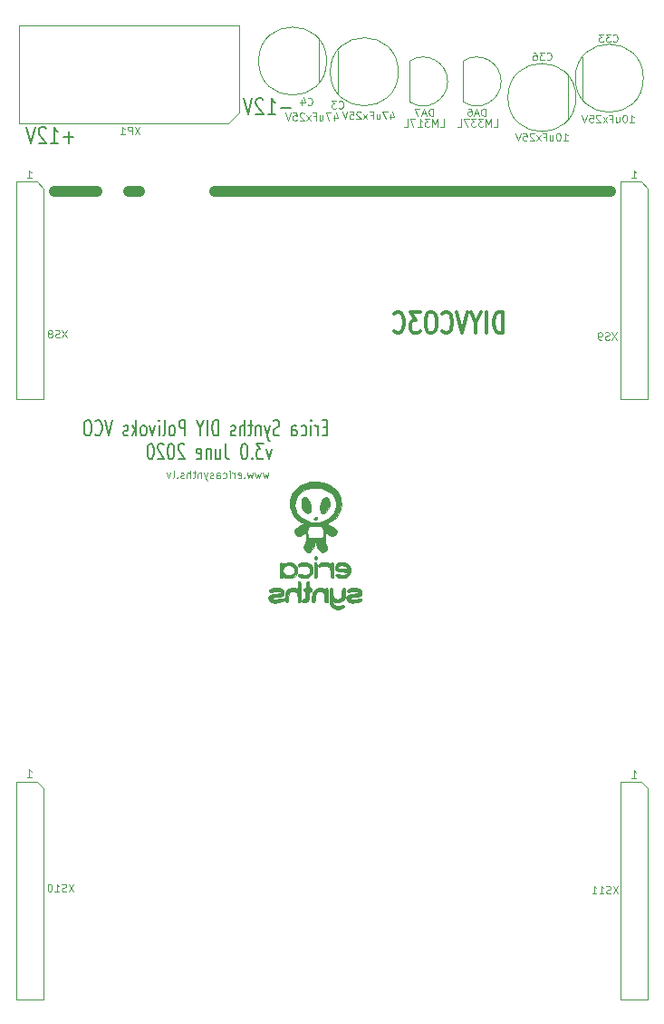
<source format=gbo>
G04 #@! TF.GenerationSoftware,KiCad,Pcbnew,(5.0.0-rc2-dev)*
G04 #@! TF.CreationDate,2020-06-18T08:05:50+03:00*
G04 #@! TF.ProjectId,DIYVCO3C,44495956434F33432E6B696361645F70,rev?*
G04 #@! TF.SameCoordinates,PX1c9c380PY81b3200*
G04 #@! TF.FileFunction,Legend,Bot*
G04 #@! TF.FilePolarity,Positive*
%FSLAX46Y46*%
G04 Gerber Fmt 4.6, Leading zero omitted, Abs format (unit mm)*
G04 Created by KiCad (PCBNEW (5.0.0-rc2-dev)) date Thu Jun 18 08:05:50 2020*
%MOMM*%
%LPD*%
G01*
G04 APERTURE LIST*
%ADD10C,0.300000*%
%ADD11C,1.000000*%
%ADD12C,0.100000*%
%ADD13C,0.200000*%
G04 APERTURE END LIST*
D10*
X45435714Y76995239D02*
X45435714Y78995239D01*
X45078571Y78995239D01*
X44864285Y78900000D01*
X44721428Y78709524D01*
X44650000Y78519048D01*
X44578571Y78138096D01*
X44578571Y77852381D01*
X44650000Y77471429D01*
X44721428Y77280953D01*
X44864285Y77090477D01*
X45078571Y76995239D01*
X45435714Y76995239D01*
X43935714Y76995239D02*
X43935714Y78995239D01*
X42935714Y77947620D02*
X42935714Y76995239D01*
X43435714Y78995239D02*
X42935714Y77947620D01*
X42435714Y78995239D01*
X42150000Y78995239D02*
X41650000Y76995239D01*
X41150000Y78995239D01*
X39792857Y77185715D02*
X39864285Y77090477D01*
X40078571Y76995239D01*
X40221428Y76995239D01*
X40435714Y77090477D01*
X40578571Y77280953D01*
X40650000Y77471429D01*
X40721428Y77852381D01*
X40721428Y78138096D01*
X40650000Y78519048D01*
X40578571Y78709524D01*
X40435714Y78900000D01*
X40221428Y78995239D01*
X40078571Y78995239D01*
X39864285Y78900000D01*
X39792857Y78804762D01*
X38864285Y78995239D02*
X38578571Y78995239D01*
X38435714Y78900000D01*
X38292857Y78709524D01*
X38221428Y78328572D01*
X38221428Y77661905D01*
X38292857Y77280953D01*
X38435714Y77090477D01*
X38578571Y76995239D01*
X38864285Y76995239D01*
X39007142Y77090477D01*
X39150000Y77280953D01*
X39221428Y77661905D01*
X39221428Y78328572D01*
X39150000Y78709524D01*
X39007142Y78900000D01*
X38864285Y78995239D01*
X37721428Y78995239D02*
X36792857Y78995239D01*
X37292857Y78233334D01*
X37078571Y78233334D01*
X36935714Y78138096D01*
X36864285Y78042858D01*
X36792857Y77852381D01*
X36792857Y77376191D01*
X36864285Y77185715D01*
X36935714Y77090477D01*
X37078571Y76995239D01*
X37507142Y76995239D01*
X37650000Y77090477D01*
X37721428Y77185715D01*
X35292857Y77185715D02*
X35364285Y77090477D01*
X35578571Y76995239D01*
X35721428Y76995239D01*
X35935714Y77090477D01*
X36078571Y77280953D01*
X36150000Y77471429D01*
X36221428Y77852381D01*
X36221428Y78138096D01*
X36150000Y78519048D01*
X36078571Y78709524D01*
X35935714Y78900000D01*
X35721428Y78995239D01*
X35578571Y78995239D01*
X35364285Y78900000D01*
X35292857Y78804762D01*
D11*
X18500000Y90250000D02*
X55500000Y90250000D01*
X10500000Y90250000D02*
X11500000Y90250000D01*
X3500000Y90250000D02*
X7500000Y90250000D01*
D12*
X23550000Y63950000D02*
X23416666Y63483334D01*
X23283333Y63816667D01*
X23150000Y63483334D01*
X23016666Y63950000D01*
X22816666Y63950000D02*
X22683333Y63483334D01*
X22550000Y63816667D01*
X22416666Y63483334D01*
X22283333Y63950000D01*
X22083333Y63950000D02*
X21950000Y63483334D01*
X21816666Y63816667D01*
X21683333Y63483334D01*
X21550000Y63950000D01*
X21283333Y63550000D02*
X21250000Y63516667D01*
X21283333Y63483334D01*
X21316666Y63516667D01*
X21283333Y63550000D01*
X21283333Y63483334D01*
X20683333Y63516667D02*
X20750000Y63483334D01*
X20883333Y63483334D01*
X20950000Y63516667D01*
X20983333Y63583334D01*
X20983333Y63850000D01*
X20950000Y63916667D01*
X20883333Y63950000D01*
X20750000Y63950000D01*
X20683333Y63916667D01*
X20650000Y63850000D01*
X20650000Y63783334D01*
X20983333Y63716667D01*
X20350000Y63483334D02*
X20350000Y63950000D01*
X20350000Y63816667D02*
X20316666Y63883334D01*
X20283333Y63916667D01*
X20216666Y63950000D01*
X20150000Y63950000D01*
X19916666Y63483334D02*
X19916666Y63950000D01*
X19916666Y64183334D02*
X19950000Y64150000D01*
X19916666Y64116667D01*
X19883333Y64150000D01*
X19916666Y64183334D01*
X19916666Y64116667D01*
X19283333Y63516667D02*
X19350000Y63483334D01*
X19483333Y63483334D01*
X19550000Y63516667D01*
X19583333Y63550000D01*
X19616666Y63616667D01*
X19616666Y63816667D01*
X19583333Y63883334D01*
X19550000Y63916667D01*
X19483333Y63950000D01*
X19350000Y63950000D01*
X19283333Y63916667D01*
X18683333Y63483334D02*
X18683333Y63850000D01*
X18716666Y63916667D01*
X18783333Y63950000D01*
X18916666Y63950000D01*
X18983333Y63916667D01*
X18683333Y63516667D02*
X18750000Y63483334D01*
X18916666Y63483334D01*
X18983333Y63516667D01*
X19016666Y63583334D01*
X19016666Y63650000D01*
X18983333Y63716667D01*
X18916666Y63750000D01*
X18750000Y63750000D01*
X18683333Y63783334D01*
X18383333Y63516667D02*
X18316666Y63483334D01*
X18183333Y63483334D01*
X18116666Y63516667D01*
X18083333Y63583334D01*
X18083333Y63616667D01*
X18116666Y63683334D01*
X18183333Y63716667D01*
X18283333Y63716667D01*
X18350000Y63750000D01*
X18383333Y63816667D01*
X18383333Y63850000D01*
X18350000Y63916667D01*
X18283333Y63950000D01*
X18183333Y63950000D01*
X18116666Y63916667D01*
X17850000Y63950000D02*
X17683333Y63483334D01*
X17516666Y63950000D02*
X17683333Y63483334D01*
X17750000Y63316667D01*
X17783333Y63283334D01*
X17850000Y63250000D01*
X17250000Y63950000D02*
X17250000Y63483334D01*
X17250000Y63883334D02*
X17216666Y63916667D01*
X17150000Y63950000D01*
X17050000Y63950000D01*
X16983333Y63916667D01*
X16950000Y63850000D01*
X16950000Y63483334D01*
X16716666Y63950000D02*
X16450000Y63950000D01*
X16616666Y64183334D02*
X16616666Y63583334D01*
X16583333Y63516667D01*
X16516666Y63483334D01*
X16450000Y63483334D01*
X16216666Y63483334D02*
X16216666Y64183334D01*
X15916666Y63483334D02*
X15916666Y63850000D01*
X15950000Y63916667D01*
X16016666Y63950000D01*
X16116666Y63950000D01*
X16183333Y63916667D01*
X16216666Y63883334D01*
X15616666Y63516667D02*
X15550000Y63483334D01*
X15416666Y63483334D01*
X15350000Y63516667D01*
X15316666Y63583334D01*
X15316666Y63616667D01*
X15350000Y63683334D01*
X15416666Y63716667D01*
X15516666Y63716667D01*
X15583333Y63750000D01*
X15616666Y63816667D01*
X15616666Y63850000D01*
X15583333Y63916667D01*
X15516666Y63950000D01*
X15416666Y63950000D01*
X15350000Y63916667D01*
X15016666Y63550000D02*
X14983333Y63516667D01*
X15016666Y63483334D01*
X15050000Y63516667D01*
X15016666Y63550000D01*
X15016666Y63483334D01*
X14583333Y63483334D02*
X14650000Y63516667D01*
X14683333Y63583334D01*
X14683333Y64183334D01*
X14383333Y63950000D02*
X14216666Y63483334D01*
X14050000Y63950000D01*
X57500000Y35483334D02*
X57900000Y35483334D01*
X57700000Y35483334D02*
X57700000Y36183334D01*
X57766666Y36083334D01*
X57833333Y36016667D01*
X57900000Y35983334D01*
X1000000Y35583334D02*
X1400000Y35583334D01*
X1200000Y35583334D02*
X1200000Y36283334D01*
X1266666Y36183334D01*
X1333333Y36116667D01*
X1400000Y36083334D01*
X1000000Y91483334D02*
X1400000Y91483334D01*
X1200000Y91483334D02*
X1200000Y92183334D01*
X1266666Y92083334D01*
X1333333Y92016667D01*
X1400000Y91983334D01*
X57500000Y91483334D02*
X57900000Y91483334D01*
X57700000Y91483334D02*
X57700000Y92183334D01*
X57766666Y92083334D01*
X57833333Y92016667D01*
X57900000Y91983334D01*
D13*
X25614285Y97992858D02*
X24700000Y97992858D01*
X23500000Y97421429D02*
X24185714Y97421429D01*
X23842857Y97421429D02*
X23842857Y98921429D01*
X23957142Y98707143D01*
X24071428Y98564286D01*
X24185714Y98492858D01*
X23042857Y98778572D02*
X22985714Y98850000D01*
X22871428Y98921429D01*
X22585714Y98921429D01*
X22471428Y98850000D01*
X22414285Y98778572D01*
X22357142Y98635715D01*
X22357142Y98492858D01*
X22414285Y98278572D01*
X23100000Y97421429D01*
X22357142Y97421429D01*
X22014285Y98921429D02*
X21614285Y97421429D01*
X21214285Y98921429D01*
X5314285Y95292858D02*
X4400000Y95292858D01*
X4857142Y94721429D02*
X4857142Y95864286D01*
X3200000Y94721429D02*
X3885714Y94721429D01*
X3542857Y94721429D02*
X3542857Y96221429D01*
X3657142Y96007143D01*
X3771428Y95864286D01*
X3885714Y95792858D01*
X2742857Y96078572D02*
X2685714Y96150000D01*
X2571428Y96221429D01*
X2285714Y96221429D01*
X2171428Y96150000D01*
X2114285Y96078572D01*
X2057142Y95935715D01*
X2057142Y95792858D01*
X2114285Y95578572D01*
X2800000Y94721429D01*
X2057142Y94721429D01*
X1714285Y96221429D02*
X1314285Y94721429D01*
X914285Y96221429D01*
X23809523Y66221429D02*
X23571428Y65221429D01*
X23333333Y66221429D01*
X23047619Y66721429D02*
X22428571Y66721429D01*
X22761904Y66150000D01*
X22619047Y66150000D01*
X22523809Y66078572D01*
X22476190Y66007143D01*
X22428571Y65864286D01*
X22428571Y65507143D01*
X22476190Y65364286D01*
X22523809Y65292858D01*
X22619047Y65221429D01*
X22904761Y65221429D01*
X23000000Y65292858D01*
X23047619Y65364286D01*
X22000000Y65364286D02*
X21952380Y65292858D01*
X22000000Y65221429D01*
X22047619Y65292858D01*
X22000000Y65364286D01*
X22000000Y65221429D01*
X21333333Y66721429D02*
X21238095Y66721429D01*
X21142857Y66650000D01*
X21095238Y66578572D01*
X21047619Y66435715D01*
X21000000Y66150000D01*
X21000000Y65792858D01*
X21047619Y65507143D01*
X21095238Y65364286D01*
X21142857Y65292858D01*
X21238095Y65221429D01*
X21333333Y65221429D01*
X21428571Y65292858D01*
X21476190Y65364286D01*
X21523809Y65507143D01*
X21571428Y65792858D01*
X21571428Y66150000D01*
X21523809Y66435715D01*
X21476190Y66578572D01*
X21428571Y66650000D01*
X21333333Y66721429D01*
X19523809Y66721429D02*
X19523809Y65650000D01*
X19571428Y65435715D01*
X19666666Y65292858D01*
X19809523Y65221429D01*
X19904761Y65221429D01*
X18619047Y66221429D02*
X18619047Y65221429D01*
X19047619Y66221429D02*
X19047619Y65435715D01*
X19000000Y65292858D01*
X18904761Y65221429D01*
X18761904Y65221429D01*
X18666666Y65292858D01*
X18619047Y65364286D01*
X18142857Y66221429D02*
X18142857Y65221429D01*
X18142857Y66078572D02*
X18095238Y66150000D01*
X18000000Y66221429D01*
X17857142Y66221429D01*
X17761904Y66150000D01*
X17714285Y66007143D01*
X17714285Y65221429D01*
X16857142Y65292858D02*
X16952380Y65221429D01*
X17142857Y65221429D01*
X17238095Y65292858D01*
X17285714Y65435715D01*
X17285714Y66007143D01*
X17238095Y66150000D01*
X17142857Y66221429D01*
X16952380Y66221429D01*
X16857142Y66150000D01*
X16809523Y66007143D01*
X16809523Y65864286D01*
X17285714Y65721429D01*
X15666666Y66578572D02*
X15619047Y66650000D01*
X15523809Y66721429D01*
X15285714Y66721429D01*
X15190476Y66650000D01*
X15142857Y66578572D01*
X15095238Y66435715D01*
X15095238Y66292858D01*
X15142857Y66078572D01*
X15714285Y65221429D01*
X15095238Y65221429D01*
X14476190Y66721429D02*
X14380952Y66721429D01*
X14285714Y66650000D01*
X14238095Y66578572D01*
X14190476Y66435715D01*
X14142857Y66150000D01*
X14142857Y65792858D01*
X14190476Y65507143D01*
X14238095Y65364286D01*
X14285714Y65292858D01*
X14380952Y65221429D01*
X14476190Y65221429D01*
X14571428Y65292858D01*
X14619047Y65364286D01*
X14666666Y65507143D01*
X14714285Y65792858D01*
X14714285Y66150000D01*
X14666666Y66435715D01*
X14619047Y66578572D01*
X14571428Y66650000D01*
X14476190Y66721429D01*
X13761904Y66578572D02*
X13714285Y66650000D01*
X13619047Y66721429D01*
X13380952Y66721429D01*
X13285714Y66650000D01*
X13238095Y66578572D01*
X13190476Y66435715D01*
X13190476Y66292858D01*
X13238095Y66078572D01*
X13809523Y65221429D01*
X13190476Y65221429D01*
X12571428Y66721429D02*
X12476190Y66721429D01*
X12380952Y66650000D01*
X12333333Y66578572D01*
X12285714Y66435715D01*
X12238095Y66150000D01*
X12238095Y65792858D01*
X12285714Y65507143D01*
X12333333Y65364286D01*
X12380952Y65292858D01*
X12476190Y65221429D01*
X12571428Y65221429D01*
X12666666Y65292858D01*
X12714285Y65364286D01*
X12761904Y65507143D01*
X12809523Y65792858D01*
X12809523Y66150000D01*
X12761904Y66435715D01*
X12714285Y66578572D01*
X12666666Y66650000D01*
X12571428Y66721429D01*
X29033333Y68207143D02*
X28700000Y68207143D01*
X28557142Y67421429D02*
X29033333Y67421429D01*
X29033333Y68921429D01*
X28557142Y68921429D01*
X28128571Y67421429D02*
X28128571Y68421429D01*
X28128571Y68135715D02*
X28080952Y68278572D01*
X28033333Y68350000D01*
X27938095Y68421429D01*
X27842857Y68421429D01*
X27509523Y67421429D02*
X27509523Y68421429D01*
X27509523Y68921429D02*
X27557142Y68850000D01*
X27509523Y68778572D01*
X27461904Y68850000D01*
X27509523Y68921429D01*
X27509523Y68778572D01*
X26604761Y67492858D02*
X26700000Y67421429D01*
X26890476Y67421429D01*
X26985714Y67492858D01*
X27033333Y67564286D01*
X27080952Y67707143D01*
X27080952Y68135715D01*
X27033333Y68278572D01*
X26985714Y68350000D01*
X26890476Y68421429D01*
X26700000Y68421429D01*
X26604761Y68350000D01*
X25747619Y67421429D02*
X25747619Y68207143D01*
X25795238Y68350000D01*
X25890476Y68421429D01*
X26080952Y68421429D01*
X26176190Y68350000D01*
X25747619Y67492858D02*
X25842857Y67421429D01*
X26080952Y67421429D01*
X26176190Y67492858D01*
X26223809Y67635715D01*
X26223809Y67778572D01*
X26176190Y67921429D01*
X26080952Y67992858D01*
X25842857Y67992858D01*
X25747619Y68064286D01*
X24557142Y67492858D02*
X24414285Y67421429D01*
X24176190Y67421429D01*
X24080952Y67492858D01*
X24033333Y67564286D01*
X23985714Y67707143D01*
X23985714Y67850000D01*
X24033333Y67992858D01*
X24080952Y68064286D01*
X24176190Y68135715D01*
X24366666Y68207143D01*
X24461904Y68278572D01*
X24509523Y68350000D01*
X24557142Y68492858D01*
X24557142Y68635715D01*
X24509523Y68778572D01*
X24461904Y68850000D01*
X24366666Y68921429D01*
X24128571Y68921429D01*
X23985714Y68850000D01*
X23652380Y68421429D02*
X23414285Y67421429D01*
X23176190Y68421429D02*
X23414285Y67421429D01*
X23509523Y67064286D01*
X23557142Y66992858D01*
X23652380Y66921429D01*
X22795238Y68421429D02*
X22795238Y67421429D01*
X22795238Y68278572D02*
X22747619Y68350000D01*
X22652380Y68421429D01*
X22509523Y68421429D01*
X22414285Y68350000D01*
X22366666Y68207143D01*
X22366666Y67421429D01*
X22033333Y68421429D02*
X21652380Y68421429D01*
X21890476Y68921429D02*
X21890476Y67635715D01*
X21842857Y67492858D01*
X21747619Y67421429D01*
X21652380Y67421429D01*
X21319047Y67421429D02*
X21319047Y68921429D01*
X20890476Y67421429D02*
X20890476Y68207143D01*
X20938095Y68350000D01*
X21033333Y68421429D01*
X21176190Y68421429D01*
X21271428Y68350000D01*
X21319047Y68278572D01*
X20461904Y67492858D02*
X20366666Y67421429D01*
X20176190Y67421429D01*
X20080952Y67492858D01*
X20033333Y67635715D01*
X20033333Y67707143D01*
X20080952Y67850000D01*
X20176190Y67921429D01*
X20319047Y67921429D01*
X20414285Y67992858D01*
X20461904Y68135715D01*
X20461904Y68207143D01*
X20414285Y68350000D01*
X20319047Y68421429D01*
X20176190Y68421429D01*
X20080952Y68350000D01*
X18842857Y67421429D02*
X18842857Y68921429D01*
X18604761Y68921429D01*
X18461904Y68850000D01*
X18366666Y68707143D01*
X18319047Y68564286D01*
X18271428Y68278572D01*
X18271428Y68064286D01*
X18319047Y67778572D01*
X18366666Y67635715D01*
X18461904Y67492858D01*
X18604761Y67421429D01*
X18842857Y67421429D01*
X17842857Y67421429D02*
X17842857Y68921429D01*
X17176190Y68135715D02*
X17176190Y67421429D01*
X17509523Y68921429D02*
X17176190Y68135715D01*
X16842857Y68921429D01*
X15747619Y67421429D02*
X15747619Y68921429D01*
X15366666Y68921429D01*
X15271428Y68850000D01*
X15223809Y68778572D01*
X15176190Y68635715D01*
X15176190Y68421429D01*
X15223809Y68278572D01*
X15271428Y68207143D01*
X15366666Y68135715D01*
X15747619Y68135715D01*
X14604761Y67421429D02*
X14700000Y67492858D01*
X14747619Y67564286D01*
X14795238Y67707143D01*
X14795238Y68135715D01*
X14747619Y68278572D01*
X14700000Y68350000D01*
X14604761Y68421429D01*
X14461904Y68421429D01*
X14366666Y68350000D01*
X14319047Y68278572D01*
X14271428Y68135715D01*
X14271428Y67707143D01*
X14319047Y67564286D01*
X14366666Y67492858D01*
X14461904Y67421429D01*
X14604761Y67421429D01*
X13700000Y67421429D02*
X13795238Y67492858D01*
X13842857Y67635715D01*
X13842857Y68921429D01*
X13319047Y67421429D02*
X13319047Y68421429D01*
X13319047Y68921429D02*
X13366666Y68850000D01*
X13319047Y68778572D01*
X13271428Y68850000D01*
X13319047Y68921429D01*
X13319047Y68778572D01*
X12938095Y68421429D02*
X12700000Y67421429D01*
X12461904Y68421429D01*
X11938095Y67421429D02*
X12033333Y67492858D01*
X12080952Y67564286D01*
X12128571Y67707143D01*
X12128571Y68135715D01*
X12080952Y68278572D01*
X12033333Y68350000D01*
X11938095Y68421429D01*
X11795238Y68421429D01*
X11700000Y68350000D01*
X11652380Y68278572D01*
X11604761Y68135715D01*
X11604761Y67707143D01*
X11652380Y67564286D01*
X11700000Y67492858D01*
X11795238Y67421429D01*
X11938095Y67421429D01*
X11176190Y67421429D02*
X11176190Y68921429D01*
X11080952Y67992858D02*
X10795238Y67421429D01*
X10795238Y68421429D02*
X11176190Y67850000D01*
X10414285Y67492858D02*
X10319047Y67421429D01*
X10128571Y67421429D01*
X10033333Y67492858D01*
X9985714Y67635715D01*
X9985714Y67707143D01*
X10033333Y67850000D01*
X10128571Y67921429D01*
X10271428Y67921429D01*
X10366666Y67992858D01*
X10414285Y68135715D01*
X10414285Y68207143D01*
X10366666Y68350000D01*
X10271428Y68421429D01*
X10128571Y68421429D01*
X10033333Y68350000D01*
X8938095Y68921429D02*
X8604761Y67421429D01*
X8271428Y68921429D01*
X7366666Y67564286D02*
X7414285Y67492858D01*
X7557142Y67421429D01*
X7652380Y67421429D01*
X7795238Y67492858D01*
X7890476Y67635715D01*
X7938095Y67778572D01*
X7985714Y68064286D01*
X7985714Y68278572D01*
X7938095Y68564286D01*
X7890476Y68707143D01*
X7795238Y68850000D01*
X7652380Y68921429D01*
X7557142Y68921429D01*
X7414285Y68850000D01*
X7366666Y68778572D01*
X6747619Y68921429D02*
X6557142Y68921429D01*
X6461904Y68850000D01*
X6366666Y68707143D01*
X6319047Y68421429D01*
X6319047Y67921429D01*
X6366666Y67635715D01*
X6461904Y67492858D01*
X6557142Y67421429D01*
X6747619Y67421429D01*
X6842857Y67492858D01*
X6938095Y67635715D01*
X6985714Y67921429D01*
X6985714Y68421429D01*
X6938095Y68707143D01*
X6842857Y68850000D01*
X6747619Y68921429D01*
D12*
X41726017Y102402339D02*
G75*
G02X41730000Y98595000I1273983J-1902339D01*
G01*
X41730000Y98595000D02*
X41730000Y102405000D01*
X36726017Y102402339D02*
G75*
G02X36730000Y98595000I1273983J-1902339D01*
G01*
X36730000Y98595000D02*
X36730000Y102405000D01*
X35680710Y101400000D02*
G75*
G03X35680710Y101400000I-3180710J0D01*
G01*
X30023500Y103368500D02*
X30023500Y99431500D01*
X28276500Y100431500D02*
X28276500Y104368500D01*
X28980710Y102400000D02*
G75*
G03X28980710Y102400000I-3180710J0D01*
G01*
X19771000Y96628000D02*
X20787000Y97644000D01*
X213000Y96628000D02*
X19771000Y96628000D01*
X20787000Y105772000D02*
X20787000Y97644000D01*
X213000Y105772000D02*
X213000Y96628000D01*
X20787000Y105772000D02*
X213000Y105772000D01*
X2520000Y90525000D02*
X2520000Y70840000D01*
X1885000Y91160000D02*
X2520000Y90525000D01*
X-20000Y91160000D02*
X1885000Y91160000D01*
X-20000Y70840000D02*
X-20000Y91160000D01*
X2520000Y70840000D02*
X-20000Y70840000D01*
X59020000Y90525000D02*
X59020000Y70840000D01*
X58385000Y91160000D02*
X59020000Y90525000D01*
X56480000Y91160000D02*
X58385000Y91160000D01*
X56480000Y70840000D02*
X56480000Y91160000D01*
X59020000Y70840000D02*
X56480000Y70840000D01*
X2520000Y14840000D02*
X-20000Y14840000D01*
X-20000Y14840000D02*
X-20000Y35160000D01*
X-20000Y35160000D02*
X1885000Y35160000D01*
X1885000Y35160000D02*
X2520000Y34525000D01*
X2520000Y34525000D02*
X2520000Y14840000D01*
X59020000Y14840000D02*
X56480000Y14840000D01*
X56480000Y14840000D02*
X56480000Y35160000D01*
X56480000Y35160000D02*
X58385000Y35160000D01*
X58385000Y35160000D02*
X59020000Y34525000D01*
X59020000Y34525000D02*
X59020000Y14840000D01*
X52923500Y102768500D02*
X52923500Y98831500D01*
X58580710Y100800000D02*
G75*
G03X58580710Y100800000I-3180710J0D01*
G01*
X51576500Y97031500D02*
X51576500Y100968500D01*
X52280710Y99000000D02*
G75*
G03X52280710Y99000000I-3180710J0D01*
G01*
G36*
X26609535Y61206460D02*
X26649838Y60846549D01*
X26769170Y60544748D01*
X26894641Y60370643D01*
X27054901Y60238632D01*
X27215832Y60197294D01*
X27362939Y60248745D01*
X27413832Y60294858D01*
X27502663Y60462826D01*
X27531312Y60682160D01*
X27507013Y60928211D01*
X27437000Y61176333D01*
X27328508Y61401880D01*
X27188769Y61580205D01*
X27025019Y61686661D01*
X27003277Y61693671D01*
X26875057Y61683121D01*
X26751091Y61602003D01*
X26665193Y61513692D01*
X26622815Y61415725D01*
X26609812Y61268577D01*
X26609535Y61206460D01*
X26609535Y61206460D01*
G37*
X26609535Y61206460D02*
X26649838Y60846549D01*
X26769170Y60544748D01*
X26894641Y60370643D01*
X27054901Y60238632D01*
X27215832Y60197294D01*
X27362939Y60248745D01*
X27413832Y60294858D01*
X27502663Y60462826D01*
X27531312Y60682160D01*
X27507013Y60928211D01*
X27437000Y61176333D01*
X27328508Y61401880D01*
X27188769Y61580205D01*
X27025019Y61686661D01*
X27003277Y61693671D01*
X26875057Y61683121D01*
X26751091Y61602003D01*
X26665193Y61513692D01*
X26622815Y61415725D01*
X26609812Y61268577D01*
X26609535Y61206460D01*
G36*
X28348981Y60569528D02*
X28404308Y60366707D01*
X28427314Y60326360D01*
X28549150Y60217743D01*
X28701577Y60196641D01*
X28865056Y60262197D01*
X28967183Y60350010D01*
X29129322Y60586780D01*
X29229990Y60867506D01*
X29262659Y61160234D01*
X29220797Y61433014D01*
X29200038Y61489337D01*
X29100285Y61641779D01*
X28966753Y61698627D01*
X28796616Y61660878D01*
X28761675Y61644005D01*
X28611149Y61515340D01*
X28487439Y61315277D01*
X28397723Y61072097D01*
X28349178Y60814086D01*
X28348981Y60569528D01*
X28348981Y60569528D01*
G37*
X28348981Y60569528D02*
X28404308Y60366707D01*
X28427314Y60326360D01*
X28549150Y60217743D01*
X28701577Y60196641D01*
X28865056Y60262197D01*
X28967183Y60350010D01*
X29129322Y60586780D01*
X29229990Y60867506D01*
X29262659Y61160234D01*
X29220797Y61433014D01*
X29200038Y61489337D01*
X29100285Y61641779D01*
X28966753Y61698627D01*
X28796616Y61660878D01*
X28761675Y61644005D01*
X28611149Y61515340D01*
X28487439Y61315277D01*
X28397723Y61072097D01*
X28349178Y60814086D01*
X28348981Y60569528D01*
G36*
X27773420Y59695116D02*
X27780417Y59662791D01*
X27856427Y59578765D01*
X27969168Y59576683D01*
X28030317Y59609144D01*
X28089242Y59701206D01*
X28065574Y59802686D01*
X27970007Y59876407D01*
X27878360Y59866443D01*
X27801837Y59793624D01*
X27773420Y59695116D01*
X27773420Y59695116D01*
G37*
X27773420Y59695116D02*
X27780417Y59662791D01*
X27856427Y59578765D01*
X27969168Y59576683D01*
X28030317Y59609144D01*
X28089242Y59701206D01*
X28065574Y59802686D01*
X27970007Y59876407D01*
X27878360Y59866443D01*
X27801837Y59793624D01*
X27773420Y59695116D01*
G36*
X25536490Y61303810D02*
X25546312Y60864971D01*
X25563483Y60754440D01*
X25683955Y60342098D01*
X25882429Y59974293D01*
X25990717Y59848480D01*
X25990717Y60979063D01*
X26043320Y61313784D01*
X26163527Y61637085D01*
X26346452Y61925283D01*
X26452912Y62042078D01*
X26761098Y62273805D01*
X27129563Y62439732D01*
X27539424Y62537747D01*
X27971797Y62565733D01*
X28407799Y62521577D01*
X28828545Y62403165D01*
X29002768Y62327582D01*
X29324732Y62121709D01*
X29576141Y61860538D01*
X29753974Y61558744D01*
X29855208Y61231000D01*
X29876823Y60891981D01*
X29815797Y60556360D01*
X29669109Y60238811D01*
X29481775Y60001161D01*
X29117359Y59688418D01*
X28725249Y59464787D01*
X28315198Y59332435D01*
X27896963Y59293527D01*
X27480299Y59350230D01*
X27127926Y59478422D01*
X26850510Y59637683D01*
X26579137Y59840432D01*
X26340011Y60063762D01*
X26159336Y60284767D01*
X26107871Y60370083D01*
X26010605Y60656602D01*
X25990717Y60979063D01*
X25990717Y59848480D01*
X26148321Y59665368D01*
X26471046Y59429665D01*
X26583116Y59372724D01*
X26721536Y59304883D01*
X26812355Y59252051D01*
X26833200Y59232211D01*
X26792305Y59196068D01*
X26687325Y59131019D01*
X26596669Y59080946D01*
X26410658Y58974286D01*
X26223634Y58855010D01*
X26164869Y58814015D01*
X26041423Y58711917D01*
X25984204Y58616826D01*
X25969633Y58488234D01*
X25969600Y58478537D01*
X26011389Y58283668D01*
X26124678Y58140683D01*
X26291351Y58069100D01*
X26353875Y58064467D01*
X26480732Y58090804D01*
X26646827Y58157534D01*
X26757000Y58216000D01*
X26901698Y58297752D01*
X27012324Y58352826D01*
X27055314Y58367534D01*
X27072585Y58321097D01*
X27081199Y58196180D01*
X27080083Y58015619D01*
X27076204Y57923900D01*
X27051513Y57641882D01*
X27007154Y57426739D01*
X26936039Y57244530D01*
X26933051Y57238478D01*
X26855365Y57021952D01*
X26864953Y56846087D01*
X26964730Y56694923D01*
X27044678Y56627073D01*
X27189808Y56563371D01*
X27189808Y58346794D01*
X27192024Y58547996D01*
X27205785Y58727920D01*
X27231359Y58855981D01*
X27241388Y58879740D01*
X27272350Y58921192D01*
X27324729Y58949094D01*
X27416604Y58966074D01*
X27566054Y58974762D01*
X27791157Y58977786D01*
X27917028Y58978000D01*
X28238455Y58972639D01*
X28459624Y58956509D01*
X28581311Y58929541D01*
X28601041Y58917040D01*
X28627655Y58841588D01*
X28647550Y58694308D01*
X28659812Y58504805D01*
X28663528Y58302686D01*
X28657783Y58117557D01*
X28641665Y57979024D01*
X28631165Y57940755D01*
X28603382Y57906812D01*
X28539915Y57883738D01*
X28424521Y57869600D01*
X28240953Y57862466D01*
X27972966Y57860405D01*
X27955525Y57860400D01*
X27630649Y57865400D01*
X27405039Y57880506D01*
X27276849Y57905877D01*
X27249761Y57921360D01*
X27218944Y58002892D01*
X27198870Y58154898D01*
X27189808Y58346794D01*
X27189808Y56563371D01*
X27211571Y56553818D01*
X27376836Y56576485D01*
X27533254Y56689548D01*
X27673609Y56887483D01*
X27790681Y57164765D01*
X27804525Y57208688D01*
X27870581Y57399141D01*
X27928877Y57518097D01*
X27973460Y57558086D01*
X27998375Y57511639D01*
X28001600Y57455906D01*
X28030286Y57289286D01*
X28104153Y57084545D01*
X28204913Y56881409D01*
X28314282Y56719604D01*
X28363959Y56668709D01*
X28513732Y56569116D01*
X28653458Y56549329D01*
X28798380Y56590755D01*
X28939997Y56695778D01*
X29006447Y56857900D01*
X28995367Y57063353D01*
X28916000Y57276200D01*
X28861324Y57411482D01*
X28829532Y57571963D01*
X28815892Y57787939D01*
X28814400Y57926791D01*
X28814400Y58378099D01*
X29093031Y58220850D01*
X29353706Y58102220D01*
X29564604Y58069788D01*
X29729252Y58123262D01*
X29778308Y58163908D01*
X29896019Y58324887D01*
X29920784Y58483367D01*
X29850729Y58643336D01*
X29683980Y58808783D01*
X29418663Y58983699D01*
X29383896Y59003400D01*
X29216591Y59099914D01*
X29090149Y59178398D01*
X29025474Y59225676D01*
X29021234Y59232000D01*
X29063570Y59265419D01*
X29172580Y59325679D01*
X29286383Y59381512D01*
X29632657Y59597537D01*
X29916281Y59883990D01*
X30131121Y60226868D01*
X30271043Y60612169D01*
X30329914Y61025890D01*
X30301599Y61454029D01*
X30266408Y61618746D01*
X30112277Y62022779D01*
X29874042Y62376435D01*
X29560324Y62670867D01*
X29179743Y62897232D01*
X28923849Y62996391D01*
X28580936Y63077088D01*
X28188000Y63123593D01*
X27785074Y63134094D01*
X27412193Y63106778D01*
X27226900Y63073232D01*
X26765637Y62921185D01*
X26368524Y62701316D01*
X26041308Y62421636D01*
X25789733Y62090152D01*
X25619546Y61714874D01*
X25536490Y61303810D01*
X25536490Y61303810D01*
G37*
X25536490Y61303810D02*
X25546312Y60864971D01*
X25563483Y60754440D01*
X25683955Y60342098D01*
X25882429Y59974293D01*
X25990717Y59848480D01*
X25990717Y60979063D01*
X26043320Y61313784D01*
X26163527Y61637085D01*
X26346452Y61925283D01*
X26452912Y62042078D01*
X26761098Y62273805D01*
X27129563Y62439732D01*
X27539424Y62537747D01*
X27971797Y62565733D01*
X28407799Y62521577D01*
X28828545Y62403165D01*
X29002768Y62327582D01*
X29324732Y62121709D01*
X29576141Y61860538D01*
X29753974Y61558744D01*
X29855208Y61231000D01*
X29876823Y60891981D01*
X29815797Y60556360D01*
X29669109Y60238811D01*
X29481775Y60001161D01*
X29117359Y59688418D01*
X28725249Y59464787D01*
X28315198Y59332435D01*
X27896963Y59293527D01*
X27480299Y59350230D01*
X27127926Y59478422D01*
X26850510Y59637683D01*
X26579137Y59840432D01*
X26340011Y60063762D01*
X26159336Y60284767D01*
X26107871Y60370083D01*
X26010605Y60656602D01*
X25990717Y60979063D01*
X25990717Y59848480D01*
X26148321Y59665368D01*
X26471046Y59429665D01*
X26583116Y59372724D01*
X26721536Y59304883D01*
X26812355Y59252051D01*
X26833200Y59232211D01*
X26792305Y59196068D01*
X26687325Y59131019D01*
X26596669Y59080946D01*
X26410658Y58974286D01*
X26223634Y58855010D01*
X26164869Y58814015D01*
X26041423Y58711917D01*
X25984204Y58616826D01*
X25969633Y58488234D01*
X25969600Y58478537D01*
X26011389Y58283668D01*
X26124678Y58140683D01*
X26291351Y58069100D01*
X26353875Y58064467D01*
X26480732Y58090804D01*
X26646827Y58157534D01*
X26757000Y58216000D01*
X26901698Y58297752D01*
X27012324Y58352826D01*
X27055314Y58367534D01*
X27072585Y58321097D01*
X27081199Y58196180D01*
X27080083Y58015619D01*
X27076204Y57923900D01*
X27051513Y57641882D01*
X27007154Y57426739D01*
X26936039Y57244530D01*
X26933051Y57238478D01*
X26855365Y57021952D01*
X26864953Y56846087D01*
X26964730Y56694923D01*
X27044678Y56627073D01*
X27189808Y56563371D01*
X27189808Y58346794D01*
X27192024Y58547996D01*
X27205785Y58727920D01*
X27231359Y58855981D01*
X27241388Y58879740D01*
X27272350Y58921192D01*
X27324729Y58949094D01*
X27416604Y58966074D01*
X27566054Y58974762D01*
X27791157Y58977786D01*
X27917028Y58978000D01*
X28238455Y58972639D01*
X28459624Y58956509D01*
X28581311Y58929541D01*
X28601041Y58917040D01*
X28627655Y58841588D01*
X28647550Y58694308D01*
X28659812Y58504805D01*
X28663528Y58302686D01*
X28657783Y58117557D01*
X28641665Y57979024D01*
X28631165Y57940755D01*
X28603382Y57906812D01*
X28539915Y57883738D01*
X28424521Y57869600D01*
X28240953Y57862466D01*
X27972966Y57860405D01*
X27955525Y57860400D01*
X27630649Y57865400D01*
X27405039Y57880506D01*
X27276849Y57905877D01*
X27249761Y57921360D01*
X27218944Y58002892D01*
X27198870Y58154898D01*
X27189808Y58346794D01*
X27189808Y56563371D01*
X27211571Y56553818D01*
X27376836Y56576485D01*
X27533254Y56689548D01*
X27673609Y56887483D01*
X27790681Y57164765D01*
X27804525Y57208688D01*
X27870581Y57399141D01*
X27928877Y57518097D01*
X27973460Y57558086D01*
X27998375Y57511639D01*
X28001600Y57455906D01*
X28030286Y57289286D01*
X28104153Y57084545D01*
X28204913Y56881409D01*
X28314282Y56719604D01*
X28363959Y56668709D01*
X28513732Y56569116D01*
X28653458Y56549329D01*
X28798380Y56590755D01*
X28939997Y56695778D01*
X29006447Y56857900D01*
X28995367Y57063353D01*
X28916000Y57276200D01*
X28861324Y57411482D01*
X28829532Y57571963D01*
X28815892Y57787939D01*
X28814400Y57926791D01*
X28814400Y58378099D01*
X29093031Y58220850D01*
X29353706Y58102220D01*
X29564604Y58069788D01*
X29729252Y58123262D01*
X29778308Y58163908D01*
X29896019Y58324887D01*
X29920784Y58483367D01*
X29850729Y58643336D01*
X29683980Y58808783D01*
X29418663Y58983699D01*
X29383896Y59003400D01*
X29216591Y59099914D01*
X29090149Y59178398D01*
X29025474Y59225676D01*
X29021234Y59232000D01*
X29063570Y59265419D01*
X29172580Y59325679D01*
X29286383Y59381512D01*
X29632657Y59597537D01*
X29916281Y59883990D01*
X30131121Y60226868D01*
X30271043Y60612169D01*
X30329914Y61025890D01*
X30301599Y61454029D01*
X30266408Y61618746D01*
X30112277Y62022779D01*
X29874042Y62376435D01*
X29560324Y62670867D01*
X29179743Y62897232D01*
X28923849Y62996391D01*
X28580936Y63077088D01*
X28188000Y63123593D01*
X27785074Y63134094D01*
X27412193Y63106778D01*
X27226900Y63073232D01*
X26765637Y62921185D01*
X26368524Y62701316D01*
X26041308Y62421636D01*
X25789733Y62090152D01*
X25619546Y61714874D01*
X25536490Y61303810D01*
G36*
X27802311Y56028262D02*
X27841946Y55935025D01*
X27878755Y55910036D01*
X27957082Y55883474D01*
X28001833Y55900578D01*
X28042240Y55940160D01*
X28092823Y56043711D01*
X28069098Y56143901D01*
X27990929Y56208110D01*
X27881039Y56204842D01*
X27815471Y56134809D01*
X27802311Y56028262D01*
X27802311Y56028262D01*
G37*
X27802311Y56028262D02*
X27841946Y55935025D01*
X27878755Y55910036D01*
X27957082Y55883474D01*
X28001833Y55900578D01*
X28042240Y55940160D01*
X28092823Y56043711D01*
X28069098Y56143901D01*
X27990929Y56208110D01*
X27881039Y56204842D01*
X27815471Y56134809D01*
X27802311Y56028262D01*
G36*
X24590176Y54970202D02*
X24591600Y54735073D01*
X24601780Y54514329D01*
X24620682Y54331090D01*
X24648271Y54208474D01*
X24674847Y54170123D01*
X24774647Y54174666D01*
X24828752Y54204586D01*
X24879337Y54226790D01*
X24879337Y54926940D01*
X24936488Y55097334D01*
X25066610Y55232094D01*
X25106000Y55254665D01*
X25313718Y55317857D01*
X25525321Y55313185D01*
X25718164Y55250071D01*
X25869603Y55137935D01*
X25956989Y54986198D01*
X25969600Y54895388D01*
X25926677Y54687032D01*
X25808853Y54531435D01*
X25632554Y54436828D01*
X25414200Y54411442D01*
X25170216Y54463507D01*
X25135331Y54477284D01*
X24979798Y54589381D01*
X24894121Y54748444D01*
X24879337Y54926940D01*
X24879337Y54226790D01*
X24915589Y54242701D01*
X25030727Y54211615D01*
X25033695Y54210269D01*
X25184602Y54172197D01*
X25389592Y54157273D01*
X25603806Y54165566D01*
X25782382Y54197144D01*
X25817174Y54209072D01*
X26034351Y54347798D01*
X26184350Y54556089D01*
X26227274Y54673643D01*
X26256012Y54931729D01*
X26190566Y55163846D01*
X26064405Y55345778D01*
X25875509Y55490365D01*
X25631308Y55577642D01*
X25363585Y55602631D01*
X25104123Y55560352D01*
X24990501Y55514016D01*
X24883829Y55502957D01*
X24823931Y55544413D01*
X24730497Y55594537D01*
X24672730Y55592207D01*
X24638785Y55530720D01*
X24613734Y55391144D01*
X24597543Y55196599D01*
X24590176Y54970202D01*
X24590176Y54970202D01*
G37*
X24590176Y54970202D02*
X24591600Y54735073D01*
X24601780Y54514329D01*
X24620682Y54331090D01*
X24648271Y54208474D01*
X24674847Y54170123D01*
X24774647Y54174666D01*
X24828752Y54204586D01*
X24879337Y54226790D01*
X24879337Y54926940D01*
X24936488Y55097334D01*
X25066610Y55232094D01*
X25106000Y55254665D01*
X25313718Y55317857D01*
X25525321Y55313185D01*
X25718164Y55250071D01*
X25869603Y55137935D01*
X25956989Y54986198D01*
X25969600Y54895388D01*
X25926677Y54687032D01*
X25808853Y54531435D01*
X25632554Y54436828D01*
X25414200Y54411442D01*
X25170216Y54463507D01*
X25135331Y54477284D01*
X24979798Y54589381D01*
X24894121Y54748444D01*
X24879337Y54926940D01*
X24879337Y54226790D01*
X24915589Y54242701D01*
X25030727Y54211615D01*
X25033695Y54210269D01*
X25184602Y54172197D01*
X25389592Y54157273D01*
X25603806Y54165566D01*
X25782382Y54197144D01*
X25817174Y54209072D01*
X26034351Y54347798D01*
X26184350Y54556089D01*
X26227274Y54673643D01*
X26256012Y54931729D01*
X26190566Y55163846D01*
X26064405Y55345778D01*
X25875509Y55490365D01*
X25631308Y55577642D01*
X25363585Y55602631D01*
X25104123Y55560352D01*
X24990501Y55514016D01*
X24883829Y55502957D01*
X24823931Y55544413D01*
X24730497Y55594537D01*
X24672730Y55592207D01*
X24638785Y55530720D01*
X24613734Y55391144D01*
X24597543Y55196599D01*
X24590176Y54970202D01*
G36*
X26274400Y54400410D02*
X26320534Y54305315D01*
X26442933Y54230166D01*
X26617595Y54178512D01*
X26820518Y54153897D01*
X27027699Y54159870D01*
X27215137Y54199978D01*
X27315800Y54246517D01*
X27509924Y54392469D01*
X27623569Y54553491D01*
X27676555Y54760870D01*
X27682814Y54825888D01*
X27661757Y55101065D01*
X27557893Y55320844D01*
X27376896Y55479760D01*
X27124442Y55572349D01*
X26884000Y55595008D01*
X26644334Y55574044D01*
X26450527Y55515801D01*
X26322699Y55428391D01*
X26282958Y55352718D01*
X26290105Y55238118D01*
X26364159Y55195897D01*
X26497547Y55229327D01*
X26530976Y55245532D01*
X26710858Y55299999D01*
X26922371Y55309569D01*
X27124727Y55276939D01*
X27277139Y55204799D01*
X27288036Y55195541D01*
X27400187Y55035789D01*
X27427170Y54856685D01*
X27375667Y54682314D01*
X27252356Y54536762D01*
X27080975Y54448933D01*
X26934047Y54415590D01*
X26804587Y54421186D01*
X26640575Y54468659D01*
X26623137Y54474804D01*
X26441095Y54528234D01*
X26332368Y54527636D01*
X26282350Y54469895D01*
X26274400Y54400410D01*
X26274400Y54400410D01*
G37*
X26274400Y54400410D02*
X26320534Y54305315D01*
X26442933Y54230166D01*
X26617595Y54178512D01*
X26820518Y54153897D01*
X27027699Y54159870D01*
X27215137Y54199978D01*
X27315800Y54246517D01*
X27509924Y54392469D01*
X27623569Y54553491D01*
X27676555Y54760870D01*
X27682814Y54825888D01*
X27661757Y55101065D01*
X27557893Y55320844D01*
X27376896Y55479760D01*
X27124442Y55572349D01*
X26884000Y55595008D01*
X26644334Y55574044D01*
X26450527Y55515801D01*
X26322699Y55428391D01*
X26282958Y55352718D01*
X26290105Y55238118D01*
X26364159Y55195897D01*
X26497547Y55229327D01*
X26530976Y55245532D01*
X26710858Y55299999D01*
X26922371Y55309569D01*
X27124727Y55276939D01*
X27277139Y55204799D01*
X27288036Y55195541D01*
X27400187Y55035789D01*
X27427170Y54856685D01*
X27375667Y54682314D01*
X27252356Y54536762D01*
X27080975Y54448933D01*
X26934047Y54415590D01*
X26804587Y54421186D01*
X26640575Y54468659D01*
X26623137Y54474804D01*
X26441095Y54528234D01*
X26332368Y54527636D01*
X26282350Y54469895D01*
X26274400Y54400410D01*
G36*
X27805181Y55289917D02*
X27806150Y55069225D01*
X27809706Y54869930D01*
X27816145Y54592636D01*
X27824076Y54400726D01*
X27836286Y54277992D01*
X27855565Y54208228D01*
X27884699Y54175225D01*
X27926478Y54162776D01*
X27931479Y54162035D01*
X28027471Y54182538D01*
X28070485Y54263635D01*
X28083672Y54362255D01*
X28094265Y54535003D01*
X28100919Y54754418D01*
X28102507Y54916991D01*
X28095618Y55218682D01*
X28072187Y55428400D01*
X28029427Y55554834D01*
X27964550Y55606677D01*
X27884566Y55596595D01*
X27848849Y55573509D01*
X27824840Y55525644D01*
X27810848Y55436584D01*
X27805181Y55289917D01*
X27805181Y55289917D01*
G37*
X27805181Y55289917D02*
X27806150Y55069225D01*
X27809706Y54869930D01*
X27816145Y54592636D01*
X27824076Y54400726D01*
X27836286Y54277992D01*
X27855565Y54208228D01*
X27884699Y54175225D01*
X27926478Y54162776D01*
X27931479Y54162035D01*
X28027471Y54182538D01*
X28070485Y54263635D01*
X28083672Y54362255D01*
X28094265Y54535003D01*
X28100919Y54754418D01*
X28102507Y54916991D01*
X28095618Y55218682D01*
X28072187Y55428400D01*
X28029427Y55554834D01*
X27964550Y55606677D01*
X27884566Y55596595D01*
X27848849Y55573509D01*
X27824840Y55525644D01*
X27810848Y55436584D01*
X27805181Y55289917D01*
G36*
X28164635Y55334090D02*
X28180991Y55274541D01*
X28214581Y55238049D01*
X28278579Y55189333D01*
X28349275Y55193125D01*
X28449962Y55239630D01*
X28641789Y55301601D01*
X28851050Y55311565D01*
X29048787Y55274693D01*
X29206038Y55196154D01*
X29290844Y55089525D01*
X29307835Y54996590D01*
X29319566Y54839898D01*
X29323094Y54693946D01*
X29328366Y54506253D01*
X29341282Y54345216D01*
X29354419Y54266300D01*
X29418066Y54177337D01*
X29517171Y54150528D01*
X29593334Y54185867D01*
X29605897Y54246633D01*
X29616351Y54389016D01*
X29623737Y54593040D01*
X29627096Y54838728D01*
X29627200Y54891632D01*
X29625768Y55168090D01*
X29620104Y55359488D01*
X29608158Y55482342D01*
X29587881Y55553167D01*
X29557223Y55588481D01*
X29539641Y55597130D01*
X29436573Y55589033D01*
X29391404Y55547750D01*
X29314081Y55492734D01*
X29237664Y55513686D01*
X29025458Y55584266D01*
X28782195Y55603054D01*
X28540997Y55573345D01*
X28334984Y55498434D01*
X28221714Y55412623D01*
X28164635Y55334090D01*
X28164635Y55334090D01*
G37*
X28164635Y55334090D02*
X28180991Y55274541D01*
X28214581Y55238049D01*
X28278579Y55189333D01*
X28349275Y55193125D01*
X28449962Y55239630D01*
X28641789Y55301601D01*
X28851050Y55311565D01*
X29048787Y55274693D01*
X29206038Y55196154D01*
X29290844Y55089525D01*
X29307835Y54996590D01*
X29319566Y54839898D01*
X29323094Y54693946D01*
X29328366Y54506253D01*
X29341282Y54345216D01*
X29354419Y54266300D01*
X29418066Y54177337D01*
X29517171Y54150528D01*
X29593334Y54185867D01*
X29605897Y54246633D01*
X29616351Y54389016D01*
X29623737Y54593040D01*
X29627096Y54838728D01*
X29627200Y54891632D01*
X29625768Y55168090D01*
X29620104Y55359488D01*
X29608158Y55482342D01*
X29587881Y55553167D01*
X29557223Y55588481D01*
X29539641Y55597130D01*
X29436573Y55589033D01*
X29391404Y55547750D01*
X29314081Y55492734D01*
X29237664Y55513686D01*
X29025458Y55584266D01*
X28782195Y55603054D01*
X28540997Y55573345D01*
X28334984Y55498434D01*
X28221714Y55412623D01*
X28164635Y55334090D01*
G36*
X29750361Y55220121D02*
X29753241Y55070767D01*
X29814353Y54922795D01*
X29930528Y54820890D01*
X30051723Y54779969D01*
X30051723Y55092447D01*
X30054502Y55193005D01*
X30133214Y55268017D01*
X30264496Y55313455D01*
X30424986Y55325292D01*
X30591322Y55299501D01*
X30740140Y55232056D01*
X30763350Y55215113D01*
X30854771Y55130422D01*
X30896884Y55066207D01*
X30897200Y55062713D01*
X30850415Y55040874D01*
X30726050Y55024411D01*
X30548092Y55016093D01*
X30489206Y55015600D01*
X30273104Y55020074D01*
X30139711Y55035672D01*
X30070442Y55065659D01*
X30051723Y55092447D01*
X30051723Y54779969D01*
X30115135Y54758558D01*
X30381541Y54729303D01*
X30461883Y54726411D01*
X30697625Y54713083D01*
X30836650Y54685862D01*
X30883201Y54642248D01*
X30841521Y54579742D01*
X30783399Y54536977D01*
X30541266Y54434621D01*
X30279578Y54431933D01*
X30110056Y54479403D01*
X29934043Y54532506D01*
X29829442Y54525031D01*
X29784007Y54454051D01*
X29779600Y54400410D01*
X29825865Y54305726D01*
X29949198Y54231024D01*
X30126408Y54179836D01*
X30334304Y54155696D01*
X30549696Y54162134D01*
X30749391Y54202684D01*
X30840229Y54238864D01*
X31026381Y54381435D01*
X31146118Y54577481D01*
X31199182Y54803569D01*
X31185318Y55036267D01*
X31104268Y55252141D01*
X30955776Y55427759D01*
X30853980Y55494281D01*
X30616427Y55580675D01*
X30377291Y55605372D01*
X30153844Y55575020D01*
X29963359Y55496264D01*
X29823107Y55375749D01*
X29750361Y55220121D01*
X29750361Y55220121D01*
G37*
X29750361Y55220121D02*
X29753241Y55070767D01*
X29814353Y54922795D01*
X29930528Y54820890D01*
X30051723Y54779969D01*
X30051723Y55092447D01*
X30054502Y55193005D01*
X30133214Y55268017D01*
X30264496Y55313455D01*
X30424986Y55325292D01*
X30591322Y55299501D01*
X30740140Y55232056D01*
X30763350Y55215113D01*
X30854771Y55130422D01*
X30896884Y55066207D01*
X30897200Y55062713D01*
X30850415Y55040874D01*
X30726050Y55024411D01*
X30548092Y55016093D01*
X30489206Y55015600D01*
X30273104Y55020074D01*
X30139711Y55035672D01*
X30070442Y55065659D01*
X30051723Y55092447D01*
X30051723Y54779969D01*
X30115135Y54758558D01*
X30381541Y54729303D01*
X30461883Y54726411D01*
X30697625Y54713083D01*
X30836650Y54685862D01*
X30883201Y54642248D01*
X30841521Y54579742D01*
X30783399Y54536977D01*
X30541266Y54434621D01*
X30279578Y54431933D01*
X30110056Y54479403D01*
X29934043Y54532506D01*
X29829442Y54525031D01*
X29784007Y54454051D01*
X29779600Y54400410D01*
X29825865Y54305726D01*
X29949198Y54231024D01*
X30126408Y54179836D01*
X30334304Y54155696D01*
X30549696Y54162134D01*
X30749391Y54202684D01*
X30840229Y54238864D01*
X31026381Y54381435D01*
X31146118Y54577481D01*
X31199182Y54803569D01*
X31185318Y55036267D01*
X31104268Y55252141D01*
X30955776Y55427759D01*
X30853980Y55494281D01*
X30616427Y55580675D01*
X30377291Y55605372D01*
X30153844Y55575020D01*
X29963359Y55496264D01*
X29823107Y55375749D01*
X29750361Y55220121D01*
G36*
X25076506Y52163459D02*
X25106134Y51986294D01*
X25170940Y51890098D01*
X25254263Y51866000D01*
X25326666Y51892366D01*
X25374320Y51980015D01*
X25400885Y52141779D01*
X25410024Y52390487D01*
X25410107Y52412100D01*
X25430264Y52655294D01*
X25495531Y52815272D01*
X25614992Y52903815D01*
X25797730Y52932706D01*
X25811573Y52932800D01*
X25994425Y52914480D01*
X26121569Y52849877D01*
X26203819Y52724530D01*
X26251988Y52523976D01*
X26272171Y52316794D01*
X26288120Y52107570D01*
X26306882Y51979180D01*
X26334821Y51910920D01*
X26378301Y51882086D01*
X26407635Y51876015D01*
X26511068Y51897937D01*
X26547335Y51943669D01*
X26558137Y52020870D01*
X26567372Y52180442D01*
X26574363Y52403160D01*
X26578437Y52669798D01*
X26579200Y52851046D01*
X26575747Y53210880D01*
X26563875Y53479356D01*
X26541315Y53666529D01*
X26505798Y53782453D01*
X26455056Y53837185D01*
X26386819Y53840779D01*
X26357947Y53831649D01*
X26310910Y53791153D01*
X26284900Y53700554D01*
X26274983Y53538040D01*
X26274400Y53462360D01*
X26271736Y53283521D01*
X26259925Y53187075D01*
X26233244Y53153874D01*
X26185968Y53164767D01*
X26185500Y53164976D01*
X25986005Y53215911D01*
X25753091Y53220971D01*
X25538402Y53181168D01*
X25465212Y53150858D01*
X25291266Y53035816D01*
X25177439Y52892579D01*
X25111044Y52697421D01*
X25079570Y52429612D01*
X25076506Y52163459D01*
X25076506Y52163459D01*
G37*
X25076506Y52163459D02*
X25106134Y51986294D01*
X25170940Y51890098D01*
X25254263Y51866000D01*
X25326666Y51892366D01*
X25374320Y51980015D01*
X25400885Y52141779D01*
X25410024Y52390487D01*
X25410107Y52412100D01*
X25430264Y52655294D01*
X25495531Y52815272D01*
X25614992Y52903815D01*
X25797730Y52932706D01*
X25811573Y52932800D01*
X25994425Y52914480D01*
X26121569Y52849877D01*
X26203819Y52724530D01*
X26251988Y52523976D01*
X26272171Y52316794D01*
X26288120Y52107570D01*
X26306882Y51979180D01*
X26334821Y51910920D01*
X26378301Y51882086D01*
X26407635Y51876015D01*
X26511068Y51897937D01*
X26547335Y51943669D01*
X26558137Y52020870D01*
X26567372Y52180442D01*
X26574363Y52403160D01*
X26578437Y52669798D01*
X26579200Y52851046D01*
X26575747Y53210880D01*
X26563875Y53479356D01*
X26541315Y53666529D01*
X26505798Y53782453D01*
X26455056Y53837185D01*
X26386819Y53840779D01*
X26357947Y53831649D01*
X26310910Y53791153D01*
X26284900Y53700554D01*
X26274983Y53538040D01*
X26274400Y53462360D01*
X26271736Y53283521D01*
X26259925Y53187075D01*
X26233244Y53153874D01*
X26185968Y53164767D01*
X26185500Y53164976D01*
X25986005Y53215911D01*
X25753091Y53220971D01*
X25538402Y53181168D01*
X25465212Y53150858D01*
X25291266Y53035816D01*
X25177439Y52892579D01*
X25111044Y52697421D01*
X25079570Y52429612D01*
X25076506Y52163459D01*
G36*
X26655988Y52043561D02*
X26659959Y51948639D01*
X26731953Y51887297D01*
X26862098Y51865348D01*
X27015295Y51881853D01*
X27156444Y51935874D01*
X27195873Y51962960D01*
X27256975Y52024791D01*
X27296325Y52107014D01*
X27321014Y52235044D01*
X27338136Y52434296D01*
X27341200Y52483660D01*
X27356865Y52694122D01*
X27376019Y52820868D01*
X27403345Y52881779D01*
X27443529Y52894731D01*
X27448724Y52894030D01*
X27552216Y52919834D01*
X27617582Y53006483D01*
X27617182Y53101191D01*
X27546765Y53172212D01*
X27476605Y53196530D01*
X27413504Y53218513D01*
X27375582Y53278196D01*
X27352509Y53399999D01*
X27341200Y53516554D01*
X27320370Y53693331D01*
X27289496Y53791440D01*
X27239986Y53833802D01*
X27220288Y53839052D01*
X27126146Y53828072D01*
X27068005Y53744823D01*
X27040790Y53578718D01*
X27037178Y53457034D01*
X27031716Y53300704D01*
X27009145Y53218915D01*
X26958396Y53184790D01*
X26922100Y53177634D01*
X26824727Y53129873D01*
X26786499Y53046874D01*
X26811553Y52965559D01*
X26893682Y52924029D01*
X26955190Y52907882D01*
X26990364Y52865873D01*
X27006499Y52774865D01*
X27010884Y52611720D01*
X27011000Y52551800D01*
X27009140Y52365770D01*
X26997902Y52258169D01*
X26968802Y52205831D01*
X26913357Y52185589D01*
X26875018Y52180485D01*
X26730559Y52133158D01*
X26655988Y52043561D01*
X26655988Y52043561D01*
G37*
X26655988Y52043561D02*
X26659959Y51948639D01*
X26731953Y51887297D01*
X26862098Y51865348D01*
X27015295Y51881853D01*
X27156444Y51935874D01*
X27195873Y51962960D01*
X27256975Y52024791D01*
X27296325Y52107014D01*
X27321014Y52235044D01*
X27338136Y52434296D01*
X27341200Y52483660D01*
X27356865Y52694122D01*
X27376019Y52820868D01*
X27403345Y52881779D01*
X27443529Y52894731D01*
X27448724Y52894030D01*
X27552216Y52919834D01*
X27617582Y53006483D01*
X27617182Y53101191D01*
X27546765Y53172212D01*
X27476605Y53196530D01*
X27413504Y53218513D01*
X27375582Y53278196D01*
X27352509Y53399999D01*
X27341200Y53516554D01*
X27320370Y53693331D01*
X27289496Y53791440D01*
X27239986Y53833802D01*
X27220288Y53839052D01*
X27126146Y53828072D01*
X27068005Y53744823D01*
X27040790Y53578718D01*
X27037178Y53457034D01*
X27031716Y53300704D01*
X27009145Y53218915D01*
X26958396Y53184790D01*
X26922100Y53177634D01*
X26824727Y53129873D01*
X26786499Y53046874D01*
X26811553Y52965559D01*
X26893682Y52924029D01*
X26955190Y52907882D01*
X26990364Y52865873D01*
X27006499Y52774865D01*
X27010884Y52611720D01*
X27011000Y52551800D01*
X27009140Y52365770D01*
X26997902Y52258169D01*
X26968802Y52205831D01*
X26913357Y52185589D01*
X26875018Y52180485D01*
X26730559Y52133158D01*
X26655988Y52043561D01*
G36*
X27596741Y52182829D02*
X27615202Y52000841D01*
X27665652Y51900598D01*
X27750219Y51874102D01*
X27762096Y51875403D01*
X27817757Y51891586D01*
X27853735Y51934773D01*
X27876644Y52025801D01*
X27893101Y52185511D01*
X27902230Y52316794D01*
X27932384Y52583589D01*
X27988907Y52764242D01*
X28082192Y52872947D01*
X28222630Y52923897D01*
X28353249Y52932800D01*
X28539952Y52907450D01*
X28664760Y52823669D01*
X28736223Y52669859D01*
X28762890Y52434426D01*
X28763600Y52376176D01*
X28768740Y52140709D01*
X28788272Y51989331D01*
X28828367Y51904864D01*
X28895193Y51870131D01*
X28946836Y51866000D01*
X29068400Y51866000D01*
X29068400Y52527995D01*
X29066460Y52807121D01*
X29059486Y53000277D01*
X29045746Y53123037D01*
X29023510Y53190976D01*
X28991554Y53219478D01*
X28890461Y53215543D01*
X28842401Y53188959D01*
X28748288Y53155478D01*
X28668587Y53183275D01*
X28498584Y53230462D01*
X28286349Y53231260D01*
X28078449Y53188658D01*
X27966261Y53138236D01*
X27794408Y53001124D01*
X27684204Y52826064D01*
X27623085Y52589069D01*
X27608146Y52454559D01*
X27596741Y52182829D01*
X27596741Y52182829D01*
G37*
X27596741Y52182829D02*
X27615202Y52000841D01*
X27665652Y51900598D01*
X27750219Y51874102D01*
X27762096Y51875403D01*
X27817757Y51891586D01*
X27853735Y51934773D01*
X27876644Y52025801D01*
X27893101Y52185511D01*
X27902230Y52316794D01*
X27932384Y52583589D01*
X27988907Y52764242D01*
X28082192Y52872947D01*
X28222630Y52923897D01*
X28353249Y52932800D01*
X28539952Y52907450D01*
X28664760Y52823669D01*
X28736223Y52669859D01*
X28762890Y52434426D01*
X28763600Y52376176D01*
X28768740Y52140709D01*
X28788272Y51989331D01*
X28828367Y51904864D01*
X28895193Y51870131D01*
X28946836Y51866000D01*
X29068400Y51866000D01*
X29068400Y52527995D01*
X29066460Y52807121D01*
X29059486Y53000277D01*
X29045746Y53123037D01*
X29023510Y53190976D01*
X28991554Y53219478D01*
X28890461Y53215543D01*
X28842401Y53188959D01*
X28748288Y53155478D01*
X28668587Y53183275D01*
X28498584Y53230462D01*
X28286349Y53231260D01*
X28078449Y53188658D01*
X27966261Y53138236D01*
X27794408Y53001124D01*
X27684204Y52826064D01*
X27623085Y52589069D01*
X27608146Y52454559D01*
X27596741Y52182829D01*
G36*
X23532140Y52321686D02*
X23573240Y52144341D01*
X23694428Y51994735D01*
X23889215Y51891782D01*
X24138263Y51841083D01*
X24422234Y51848237D01*
X24532136Y51866639D01*
X24762480Y51929851D01*
X24899864Y52007461D01*
X24952492Y52104468D01*
X24953600Y52123382D01*
X24926824Y52217222D01*
X24839751Y52252602D01*
X24682266Y52231363D01*
X24558840Y52195192D01*
X24370155Y52153482D01*
X24180537Y52143979D01*
X24015544Y52163795D01*
X23900735Y52210042D01*
X23861400Y52274007D01*
X23886172Y52314561D01*
X23971107Y52343481D01*
X24132131Y52364699D01*
X24272146Y52375384D01*
X24571067Y52410924D01*
X24782354Y52475863D01*
X24917056Y52575442D01*
X24986005Y52714023D01*
X24982646Y52890626D01*
X24892821Y53046693D01*
X24731607Y53158300D01*
X24697886Y53171233D01*
X24489213Y53220100D01*
X24270340Y53233485D01*
X24057494Y53216269D01*
X23866902Y53173335D01*
X23714790Y53109563D01*
X23617386Y53029837D01*
X23590916Y52939037D01*
X23640046Y52852983D01*
X23704980Y52802304D01*
X23774366Y52804372D01*
X23877962Y52852030D01*
X24046968Y52907418D01*
X24249975Y52929884D01*
X24447221Y52919134D01*
X24598943Y52874875D01*
X24626391Y52857566D01*
X24685170Y52784056D01*
X24645476Y52729525D01*
X24508766Y52694623D01*
X24276500Y52680001D01*
X24227178Y52679578D01*
X23934652Y52654358D01*
X23717561Y52583240D01*
X23581520Y52470818D01*
X23532140Y52321686D01*
X23532140Y52321686D01*
G37*
X23532140Y52321686D02*
X23573240Y52144341D01*
X23694428Y51994735D01*
X23889215Y51891782D01*
X24138263Y51841083D01*
X24422234Y51848237D01*
X24532136Y51866639D01*
X24762480Y51929851D01*
X24899864Y52007461D01*
X24952492Y52104468D01*
X24953600Y52123382D01*
X24926824Y52217222D01*
X24839751Y52252602D01*
X24682266Y52231363D01*
X24558840Y52195192D01*
X24370155Y52153482D01*
X24180537Y52143979D01*
X24015544Y52163795D01*
X23900735Y52210042D01*
X23861400Y52274007D01*
X23886172Y52314561D01*
X23971107Y52343481D01*
X24132131Y52364699D01*
X24272146Y52375384D01*
X24571067Y52410924D01*
X24782354Y52475863D01*
X24917056Y52575442D01*
X24986005Y52714023D01*
X24982646Y52890626D01*
X24892821Y53046693D01*
X24731607Y53158300D01*
X24697886Y53171233D01*
X24489213Y53220100D01*
X24270340Y53233485D01*
X24057494Y53216269D01*
X23866902Y53173335D01*
X23714790Y53109563D01*
X23617386Y53029837D01*
X23590916Y52939037D01*
X23640046Y52852983D01*
X23704980Y52802304D01*
X23774366Y52804372D01*
X23877962Y52852030D01*
X24046968Y52907418D01*
X24249975Y52929884D01*
X24447221Y52919134D01*
X24598943Y52874875D01*
X24626391Y52857566D01*
X24685170Y52784056D01*
X24645476Y52729525D01*
X24508766Y52694623D01*
X24276500Y52680001D01*
X24227178Y52679578D01*
X23934652Y52654358D01*
X23717561Y52583240D01*
X23581520Y52470818D01*
X23532140Y52321686D01*
G36*
X30796540Y52321686D02*
X30837640Y52144341D01*
X30958457Y51995084D01*
X31151750Y51892140D01*
X31397172Y51840515D01*
X31674375Y51845211D01*
X31884481Y51886904D01*
X32085880Y51962646D01*
X32205138Y52051306D01*
X32235285Y52145506D01*
X32194974Y52215599D01*
X32112723Y52263248D01*
X32005334Y52238054D01*
X31997897Y52234715D01*
X31818060Y52175597D01*
X31619601Y52145455D01*
X31426919Y52143133D01*
X31264411Y52167474D01*
X31156475Y52217321D01*
X31125800Y52276055D01*
X31152671Y52315732D01*
X31243205Y52344497D01*
X31412285Y52365903D01*
X31543571Y52375790D01*
X31852557Y52415048D01*
X32070889Y52488529D01*
X32204643Y52599364D01*
X32259232Y52744812D01*
X32237602Y52932632D01*
X32128602Y53079863D01*
X31940204Y53181024D01*
X31680380Y53230635D01*
X31546532Y53234733D01*
X31307706Y53214999D01*
X31105942Y53166483D01*
X30954542Y53097112D01*
X30866812Y53014808D01*
X30856054Y52927497D01*
X30913823Y52857856D01*
X30993803Y52817173D01*
X31087186Y52826552D01*
X31178892Y52860832D01*
X31356827Y52911308D01*
X31554357Y52931747D01*
X31738197Y52922516D01*
X31875063Y52883980D01*
X31916414Y52852729D01*
X31949825Y52775900D01*
X31898446Y52722798D01*
X31757349Y52691415D01*
X31521608Y52679741D01*
X31491578Y52679578D01*
X31199052Y52654358D01*
X30981961Y52583240D01*
X30845920Y52470818D01*
X30796540Y52321686D01*
X30796540Y52321686D01*
G37*
X30796540Y52321686D02*
X30837640Y52144341D01*
X30958457Y51995084D01*
X31151750Y51892140D01*
X31397172Y51840515D01*
X31674375Y51845211D01*
X31884481Y51886904D01*
X32085880Y51962646D01*
X32205138Y52051306D01*
X32235285Y52145506D01*
X32194974Y52215599D01*
X32112723Y52263248D01*
X32005334Y52238054D01*
X31997897Y52234715D01*
X31818060Y52175597D01*
X31619601Y52145455D01*
X31426919Y52143133D01*
X31264411Y52167474D01*
X31156475Y52217321D01*
X31125800Y52276055D01*
X31152671Y52315732D01*
X31243205Y52344497D01*
X31412285Y52365903D01*
X31543571Y52375790D01*
X31852557Y52415048D01*
X32070889Y52488529D01*
X32204643Y52599364D01*
X32259232Y52744812D01*
X32237602Y52932632D01*
X32128602Y53079863D01*
X31940204Y53181024D01*
X31680380Y53230635D01*
X31546532Y53234733D01*
X31307706Y53214999D01*
X31105942Y53166483D01*
X30954542Y53097112D01*
X30866812Y53014808D01*
X30856054Y52927497D01*
X30913823Y52857856D01*
X30993803Y52817173D01*
X31087186Y52826552D01*
X31178892Y52860832D01*
X31356827Y52911308D01*
X31554357Y52931747D01*
X31738197Y52922516D01*
X31875063Y52883980D01*
X31916414Y52852729D01*
X31949825Y52775900D01*
X31898446Y52722798D01*
X31757349Y52691415D01*
X31521608Y52679741D01*
X31491578Y52679578D01*
X31199052Y52654358D01*
X30981961Y52583240D01*
X30845920Y52470818D01*
X30796540Y52321686D01*
G36*
X29232782Y52573353D02*
X29234600Y52403799D01*
X29243211Y52100886D01*
X29258139Y51880944D01*
X29281599Y51725429D01*
X29315808Y51615795D01*
X29332933Y51580751D01*
X29474904Y51419142D01*
X29683932Y51302781D01*
X29932090Y51240846D01*
X30191451Y51242517D01*
X30296094Y51264144D01*
X30472284Y51337983D01*
X30586256Y51437637D01*
X30621279Y51546498D01*
X30613590Y51579254D01*
X30567970Y51643717D01*
X30486493Y51656413D01*
X30348178Y51617482D01*
X30258147Y51581633D01*
X30097118Y51531146D01*
X29953616Y51536654D01*
X29876969Y51556466D01*
X29707877Y51625683D01*
X29608097Y51724488D01*
X29554312Y51851671D01*
X29538476Y51925415D01*
X29571282Y51941343D01*
X29675603Y51910023D01*
X29678453Y51909030D01*
X29890241Y51870459D01*
X30121540Y51882511D01*
X30332546Y51939427D01*
X30471723Y52023803D01*
X30582417Y52139707D01*
X30652569Y52255741D01*
X30694327Y52403226D01*
X30719837Y52613484D01*
X30724878Y52676596D01*
X30728625Y52947405D01*
X30693144Y53131332D01*
X30619300Y53225303D01*
X30567000Y53237600D01*
X30478116Y53192567D01*
X30420088Y53055903D01*
X30392155Y52825264D01*
X30389200Y52690014D01*
X30382733Y52484762D01*
X30359621Y52354443D01*
X30314300Y52272992D01*
X30296300Y52254874D01*
X30159085Y52189000D01*
X29977161Y52172327D01*
X29794219Y52203978D01*
X29671531Y52267424D01*
X29610566Y52328921D01*
X29572227Y52409807D01*
X29549543Y52535897D01*
X29535542Y52733011D01*
X29533355Y52779148D01*
X29518168Y53001418D01*
X29494684Y53139166D01*
X29459210Y53209364D01*
X29436506Y53224178D01*
X29356496Y53232381D01*
X29298366Y53180530D01*
X29259868Y53059494D01*
X29238756Y52860145D01*
X29232782Y52573353D01*
X29232782Y52573353D01*
G37*
X29232782Y52573353D02*
X29234600Y52403799D01*
X29243211Y52100886D01*
X29258139Y51880944D01*
X29281599Y51725429D01*
X29315808Y51615795D01*
X29332933Y51580751D01*
X29474904Y51419142D01*
X29683932Y51302781D01*
X29932090Y51240846D01*
X30191451Y51242517D01*
X30296094Y51264144D01*
X30472284Y51337983D01*
X30586256Y51437637D01*
X30621279Y51546498D01*
X30613590Y51579254D01*
X30567970Y51643717D01*
X30486493Y51656413D01*
X30348178Y51617482D01*
X30258147Y51581633D01*
X30097118Y51531146D01*
X29953616Y51536654D01*
X29876969Y51556466D01*
X29707877Y51625683D01*
X29608097Y51724488D01*
X29554312Y51851671D01*
X29538476Y51925415D01*
X29571282Y51941343D01*
X29675603Y51910023D01*
X29678453Y51909030D01*
X29890241Y51870459D01*
X30121540Y51882511D01*
X30332546Y51939427D01*
X30471723Y52023803D01*
X30582417Y52139707D01*
X30652569Y52255741D01*
X30694327Y52403226D01*
X30719837Y52613484D01*
X30724878Y52676596D01*
X30728625Y52947405D01*
X30693144Y53131332D01*
X30619300Y53225303D01*
X30567000Y53237600D01*
X30478116Y53192567D01*
X30420088Y53055903D01*
X30392155Y52825264D01*
X30389200Y52690014D01*
X30382733Y52484762D01*
X30359621Y52354443D01*
X30314300Y52272992D01*
X30296300Y52254874D01*
X30159085Y52189000D01*
X29977161Y52172327D01*
X29794219Y52203978D01*
X29671531Y52267424D01*
X29610566Y52328921D01*
X29572227Y52409807D01*
X29549543Y52535897D01*
X29535542Y52733011D01*
X29533355Y52779148D01*
X29518168Y53001418D01*
X29494684Y53139166D01*
X29459210Y53209364D01*
X29436506Y53224178D01*
X29356496Y53232381D01*
X29298366Y53180530D01*
X29259868Y53059494D01*
X29238756Y52860145D01*
X29232782Y52573353D01*
X44566666Y96283334D02*
X44900000Y96283334D01*
X44900000Y96983334D01*
X44333333Y96283334D02*
X44333333Y96983334D01*
X44100000Y96483334D01*
X43866666Y96983334D01*
X43866666Y96283334D01*
X43600000Y96983334D02*
X43166666Y96983334D01*
X43400000Y96716667D01*
X43300000Y96716667D01*
X43233333Y96683334D01*
X43200000Y96650000D01*
X43166666Y96583334D01*
X43166666Y96416667D01*
X43200000Y96350000D01*
X43233333Y96316667D01*
X43300000Y96283334D01*
X43500000Y96283334D01*
X43566666Y96316667D01*
X43600000Y96350000D01*
X42933333Y96983334D02*
X42500000Y96983334D01*
X42733333Y96716667D01*
X42633333Y96716667D01*
X42566666Y96683334D01*
X42533333Y96650000D01*
X42500000Y96583334D01*
X42500000Y96416667D01*
X42533333Y96350000D01*
X42566666Y96316667D01*
X42633333Y96283334D01*
X42833333Y96283334D01*
X42900000Y96316667D01*
X42933333Y96350000D01*
X42266666Y96983334D02*
X41800000Y96983334D01*
X42100000Y96283334D01*
X41200000Y96283334D02*
X41533333Y96283334D01*
X41533333Y96983334D01*
X43816666Y97283334D02*
X43816666Y97983334D01*
X43650000Y97983334D01*
X43550000Y97950000D01*
X43483333Y97883334D01*
X43450000Y97816667D01*
X43416666Y97683334D01*
X43416666Y97583334D01*
X43450000Y97450000D01*
X43483333Y97383334D01*
X43550000Y97316667D01*
X43650000Y97283334D01*
X43816666Y97283334D01*
X43150000Y97483334D02*
X42816666Y97483334D01*
X43216666Y97283334D02*
X42983333Y97983334D01*
X42750000Y97283334D01*
X42216666Y97983334D02*
X42350000Y97983334D01*
X42416666Y97950000D01*
X42450000Y97916667D01*
X42516666Y97816667D01*
X42550000Y97683334D01*
X42550000Y97416667D01*
X42516666Y97350000D01*
X42483333Y97316667D01*
X42416666Y97283334D01*
X42283333Y97283334D01*
X42216666Y97316667D01*
X42183333Y97350000D01*
X42150000Y97416667D01*
X42150000Y97583334D01*
X42183333Y97650000D01*
X42216666Y97683334D01*
X42283333Y97716667D01*
X42416666Y97716667D01*
X42483333Y97683334D01*
X42516666Y97650000D01*
X42550000Y97583334D01*
X39566666Y96283334D02*
X39900000Y96283334D01*
X39900000Y96983334D01*
X39333333Y96283334D02*
X39333333Y96983334D01*
X39100000Y96483334D01*
X38866666Y96983334D01*
X38866666Y96283334D01*
X38600000Y96983334D02*
X38166666Y96983334D01*
X38400000Y96716667D01*
X38300000Y96716667D01*
X38233333Y96683334D01*
X38200000Y96650000D01*
X38166666Y96583334D01*
X38166666Y96416667D01*
X38200000Y96350000D01*
X38233333Y96316667D01*
X38300000Y96283334D01*
X38500000Y96283334D01*
X38566666Y96316667D01*
X38600000Y96350000D01*
X37500000Y96283334D02*
X37900000Y96283334D01*
X37700000Y96283334D02*
X37700000Y96983334D01*
X37766666Y96883334D01*
X37833333Y96816667D01*
X37900000Y96783334D01*
X37266666Y96983334D02*
X36800000Y96983334D01*
X37100000Y96283334D01*
X36200000Y96283334D02*
X36533333Y96283334D01*
X36533333Y96983334D01*
X38916666Y97283334D02*
X38916666Y97983334D01*
X38750000Y97983334D01*
X38650000Y97950000D01*
X38583333Y97883334D01*
X38550000Y97816667D01*
X38516666Y97683334D01*
X38516666Y97583334D01*
X38550000Y97450000D01*
X38583333Y97383334D01*
X38650000Y97316667D01*
X38750000Y97283334D01*
X38916666Y97283334D01*
X38250000Y97483334D02*
X37916666Y97483334D01*
X38316666Y97283334D02*
X38083333Y97983334D01*
X37850000Y97283334D01*
X37683333Y97983334D02*
X37216666Y97983334D01*
X37516666Y97283334D01*
X30116666Y98050000D02*
X30150000Y98016667D01*
X30250000Y97983334D01*
X30316666Y97983334D01*
X30416666Y98016667D01*
X30483333Y98083334D01*
X30516666Y98150000D01*
X30550000Y98283334D01*
X30550000Y98383334D01*
X30516666Y98516667D01*
X30483333Y98583334D01*
X30416666Y98650000D01*
X30316666Y98683334D01*
X30250000Y98683334D01*
X30150000Y98650000D01*
X30116666Y98616667D01*
X29883333Y98683334D02*
X29450000Y98683334D01*
X29683333Y98416667D01*
X29583333Y98416667D01*
X29516666Y98383334D01*
X29483333Y98350000D01*
X29450000Y98283334D01*
X29450000Y98116667D01*
X29483333Y98050000D01*
X29516666Y98016667D01*
X29583333Y97983334D01*
X29783333Y97983334D01*
X29850000Y98016667D01*
X29883333Y98050000D01*
X34966666Y97450000D02*
X34966666Y96983334D01*
X35133333Y97716667D02*
X35300000Y97216667D01*
X34866666Y97216667D01*
X34666666Y97683334D02*
X34200000Y97683334D01*
X34500000Y96983334D01*
X33633333Y97450000D02*
X33633333Y96983334D01*
X33933333Y97450000D02*
X33933333Y97083334D01*
X33900000Y97016667D01*
X33833333Y96983334D01*
X33733333Y96983334D01*
X33666666Y97016667D01*
X33633333Y97050000D01*
X33066666Y97350000D02*
X33300000Y97350000D01*
X33300000Y96983334D02*
X33300000Y97683334D01*
X32966666Y97683334D01*
X32766666Y96983334D02*
X32400000Y97450000D01*
X32766666Y97450000D02*
X32400000Y96983334D01*
X32166666Y97616667D02*
X32133333Y97650000D01*
X32066666Y97683334D01*
X31900000Y97683334D01*
X31833333Y97650000D01*
X31800000Y97616667D01*
X31766666Y97550000D01*
X31766666Y97483334D01*
X31800000Y97383334D01*
X32200000Y96983334D01*
X31766666Y96983334D01*
X31133333Y97683334D02*
X31466666Y97683334D01*
X31500000Y97350000D01*
X31466666Y97383334D01*
X31400000Y97416667D01*
X31233333Y97416667D01*
X31166666Y97383334D01*
X31133333Y97350000D01*
X31100000Y97283334D01*
X31100000Y97116667D01*
X31133333Y97050000D01*
X31166666Y97016667D01*
X31233333Y96983334D01*
X31400000Y96983334D01*
X31466666Y97016667D01*
X31500000Y97050000D01*
X30900000Y97683334D02*
X30666666Y96983334D01*
X30433333Y97683334D01*
X29666666Y97350000D02*
X29666666Y96883334D01*
X29833333Y97616667D02*
X30000000Y97116667D01*
X29566666Y97116667D01*
X29366666Y97583334D02*
X28900000Y97583334D01*
X29200000Y96883334D01*
X28333333Y97350000D02*
X28333333Y96883334D01*
X28633333Y97350000D02*
X28633333Y96983334D01*
X28600000Y96916667D01*
X28533333Y96883334D01*
X28433333Y96883334D01*
X28366666Y96916667D01*
X28333333Y96950000D01*
X27766666Y97250000D02*
X28000000Y97250000D01*
X28000000Y96883334D02*
X28000000Y97583334D01*
X27666666Y97583334D01*
X27466666Y96883334D02*
X27100000Y97350000D01*
X27466666Y97350000D02*
X27100000Y96883334D01*
X26866666Y97516667D02*
X26833333Y97550000D01*
X26766666Y97583334D01*
X26600000Y97583334D01*
X26533333Y97550000D01*
X26500000Y97516667D01*
X26466666Y97450000D01*
X26466666Y97383334D01*
X26500000Y97283334D01*
X26900000Y96883334D01*
X26466666Y96883334D01*
X25833333Y97583334D02*
X26166666Y97583334D01*
X26200000Y97250000D01*
X26166666Y97283334D01*
X26100000Y97316667D01*
X25933333Y97316667D01*
X25866666Y97283334D01*
X25833333Y97250000D01*
X25800000Y97183334D01*
X25800000Y97016667D01*
X25833333Y96950000D01*
X25866666Y96916667D01*
X25933333Y96883334D01*
X26100000Y96883334D01*
X26166666Y96916667D01*
X26200000Y96950000D01*
X25600000Y97583334D02*
X25366666Y96883334D01*
X25133333Y97583334D01*
X27216666Y98350000D02*
X27250000Y98316667D01*
X27350000Y98283334D01*
X27416666Y98283334D01*
X27516666Y98316667D01*
X27583333Y98383334D01*
X27616666Y98450000D01*
X27650000Y98583334D01*
X27650000Y98683334D01*
X27616666Y98816667D01*
X27583333Y98883334D01*
X27516666Y98950000D01*
X27416666Y98983334D01*
X27350000Y98983334D01*
X27250000Y98950000D01*
X27216666Y98916667D01*
X26616666Y98750000D02*
X26616666Y98283334D01*
X26783333Y99016667D02*
X26950000Y98516667D01*
X26516666Y98516667D01*
X11516666Y96283334D02*
X11050000Y95583334D01*
X11050000Y96283334D02*
X11516666Y95583334D01*
X10783333Y95583334D02*
X10783333Y96283334D01*
X10516666Y96283334D01*
X10450000Y96250000D01*
X10416666Y96216667D01*
X10383333Y96150000D01*
X10383333Y96050000D01*
X10416666Y95983334D01*
X10450000Y95950000D01*
X10516666Y95916667D01*
X10783333Y95916667D01*
X9716666Y95583334D02*
X10116666Y95583334D01*
X9916666Y95583334D02*
X9916666Y96283334D01*
X9983333Y96183334D01*
X10050000Y96116667D01*
X10116666Y96083334D01*
X4700000Y77283334D02*
X4233333Y76583334D01*
X4233333Y77283334D02*
X4700000Y76583334D01*
X4000000Y76616667D02*
X3900000Y76583334D01*
X3733333Y76583334D01*
X3666666Y76616667D01*
X3633333Y76650000D01*
X3600000Y76716667D01*
X3600000Y76783334D01*
X3633333Y76850000D01*
X3666666Y76883334D01*
X3733333Y76916667D01*
X3866666Y76950000D01*
X3933333Y76983334D01*
X3966666Y77016667D01*
X4000000Y77083334D01*
X4000000Y77150000D01*
X3966666Y77216667D01*
X3933333Y77250000D01*
X3866666Y77283334D01*
X3700000Y77283334D01*
X3600000Y77250000D01*
X3200000Y76983334D02*
X3266666Y77016667D01*
X3300000Y77050000D01*
X3333333Y77116667D01*
X3333333Y77150000D01*
X3300000Y77216667D01*
X3266666Y77250000D01*
X3200000Y77283334D01*
X3066666Y77283334D01*
X3000000Y77250000D01*
X2966666Y77216667D01*
X2933333Y77150000D01*
X2933333Y77116667D01*
X2966666Y77050000D01*
X3000000Y77016667D01*
X3066666Y76983334D01*
X3200000Y76983334D01*
X3266666Y76950000D01*
X3300000Y76916667D01*
X3333333Y76850000D01*
X3333333Y76716667D01*
X3300000Y76650000D01*
X3266666Y76616667D01*
X3200000Y76583334D01*
X3066666Y76583334D01*
X3000000Y76616667D01*
X2966666Y76650000D01*
X2933333Y76716667D01*
X2933333Y76850000D01*
X2966666Y76916667D01*
X3000000Y76950000D01*
X3066666Y76983334D01*
X56100000Y77083334D02*
X55633333Y76383334D01*
X55633333Y77083334D02*
X56100000Y76383334D01*
X55400000Y76416667D02*
X55300000Y76383334D01*
X55133333Y76383334D01*
X55066666Y76416667D01*
X55033333Y76450000D01*
X55000000Y76516667D01*
X55000000Y76583334D01*
X55033333Y76650000D01*
X55066666Y76683334D01*
X55133333Y76716667D01*
X55266666Y76750000D01*
X55333333Y76783334D01*
X55366666Y76816667D01*
X55400000Y76883334D01*
X55400000Y76950000D01*
X55366666Y77016667D01*
X55333333Y77050000D01*
X55266666Y77083334D01*
X55100000Y77083334D01*
X55000000Y77050000D01*
X54666666Y76383334D02*
X54533333Y76383334D01*
X54466666Y76416667D01*
X54433333Y76450000D01*
X54366666Y76550000D01*
X54333333Y76683334D01*
X54333333Y76950000D01*
X54366666Y77016667D01*
X54400000Y77050000D01*
X54466666Y77083334D01*
X54600000Y77083334D01*
X54666666Y77050000D01*
X54700000Y77016667D01*
X54733333Y76950000D01*
X54733333Y76783334D01*
X54700000Y76716667D01*
X54666666Y76683334D01*
X54600000Y76650000D01*
X54466666Y76650000D01*
X54400000Y76683334D01*
X54366666Y76716667D01*
X54333333Y76783334D01*
X5333333Y25583334D02*
X4866666Y24883334D01*
X4866666Y25583334D02*
X5333333Y24883334D01*
X4633333Y24916667D02*
X4533333Y24883334D01*
X4366666Y24883334D01*
X4300000Y24916667D01*
X4266666Y24950000D01*
X4233333Y25016667D01*
X4233333Y25083334D01*
X4266666Y25150000D01*
X4300000Y25183334D01*
X4366666Y25216667D01*
X4500000Y25250000D01*
X4566666Y25283334D01*
X4600000Y25316667D01*
X4633333Y25383334D01*
X4633333Y25450000D01*
X4600000Y25516667D01*
X4566666Y25550000D01*
X4500000Y25583334D01*
X4333333Y25583334D01*
X4233333Y25550000D01*
X3566666Y24883334D02*
X3966666Y24883334D01*
X3766666Y24883334D02*
X3766666Y25583334D01*
X3833333Y25483334D01*
X3900000Y25416667D01*
X3966666Y25383334D01*
X3133333Y25583334D02*
X3066666Y25583334D01*
X3000000Y25550000D01*
X2966666Y25516667D01*
X2933333Y25450000D01*
X2900000Y25316667D01*
X2900000Y25150000D01*
X2933333Y25016667D01*
X2966666Y24950000D01*
X3000000Y24916667D01*
X3066666Y24883334D01*
X3133333Y24883334D01*
X3200000Y24916667D01*
X3233333Y24950000D01*
X3266666Y25016667D01*
X3300000Y25150000D01*
X3300000Y25316667D01*
X3266666Y25450000D01*
X3233333Y25516667D01*
X3200000Y25550000D01*
X3133333Y25583334D01*
X56233333Y25383334D02*
X55766666Y24683334D01*
X55766666Y25383334D02*
X56233333Y24683334D01*
X55533333Y24716667D02*
X55433333Y24683334D01*
X55266666Y24683334D01*
X55200000Y24716667D01*
X55166666Y24750000D01*
X55133333Y24816667D01*
X55133333Y24883334D01*
X55166666Y24950000D01*
X55200000Y24983334D01*
X55266666Y25016667D01*
X55400000Y25050000D01*
X55466666Y25083334D01*
X55500000Y25116667D01*
X55533333Y25183334D01*
X55533333Y25250000D01*
X55500000Y25316667D01*
X55466666Y25350000D01*
X55400000Y25383334D01*
X55233333Y25383334D01*
X55133333Y25350000D01*
X54466666Y24683334D02*
X54866666Y24683334D01*
X54666666Y24683334D02*
X54666666Y25383334D01*
X54733333Y25283334D01*
X54800000Y25216667D01*
X54866666Y25183334D01*
X53800000Y24683334D02*
X54200000Y24683334D01*
X54000000Y24683334D02*
X54000000Y25383334D01*
X54066666Y25283334D01*
X54133333Y25216667D01*
X54200000Y25183334D01*
X57300000Y96683334D02*
X57700000Y96683334D01*
X57500000Y96683334D02*
X57500000Y97383334D01*
X57566666Y97283334D01*
X57633333Y97216667D01*
X57700000Y97183334D01*
X56866666Y97383334D02*
X56800000Y97383334D01*
X56733333Y97350000D01*
X56700000Y97316667D01*
X56666666Y97250000D01*
X56633333Y97116667D01*
X56633333Y96950000D01*
X56666666Y96816667D01*
X56700000Y96750000D01*
X56733333Y96716667D01*
X56800000Y96683334D01*
X56866666Y96683334D01*
X56933333Y96716667D01*
X56966666Y96750000D01*
X57000000Y96816667D01*
X57033333Y96950000D01*
X57033333Y97116667D01*
X57000000Y97250000D01*
X56966666Y97316667D01*
X56933333Y97350000D01*
X56866666Y97383334D01*
X56033333Y97150000D02*
X56033333Y96683334D01*
X56333333Y97150000D02*
X56333333Y96783334D01*
X56300000Y96716667D01*
X56233333Y96683334D01*
X56133333Y96683334D01*
X56066666Y96716667D01*
X56033333Y96750000D01*
X55466666Y97050000D02*
X55700000Y97050000D01*
X55700000Y96683334D02*
X55700000Y97383334D01*
X55366666Y97383334D01*
X55166666Y96683334D02*
X54800000Y97150000D01*
X55166666Y97150000D02*
X54800000Y96683334D01*
X54566666Y97316667D02*
X54533333Y97350000D01*
X54466666Y97383334D01*
X54300000Y97383334D01*
X54233333Y97350000D01*
X54200000Y97316667D01*
X54166666Y97250000D01*
X54166666Y97183334D01*
X54200000Y97083334D01*
X54600000Y96683334D01*
X54166666Y96683334D01*
X53533333Y97383334D02*
X53866666Y97383334D01*
X53900000Y97050000D01*
X53866666Y97083334D01*
X53800000Y97116667D01*
X53633333Y97116667D01*
X53566666Y97083334D01*
X53533333Y97050000D01*
X53500000Y96983334D01*
X53500000Y96816667D01*
X53533333Y96750000D01*
X53566666Y96716667D01*
X53633333Y96683334D01*
X53800000Y96683334D01*
X53866666Y96716667D01*
X53900000Y96750000D01*
X53300000Y97383334D02*
X53066666Y96683334D01*
X52833333Y97383334D01*
X55750000Y104250000D02*
X55783333Y104216667D01*
X55883333Y104183334D01*
X55950000Y104183334D01*
X56050000Y104216667D01*
X56116666Y104283334D01*
X56150000Y104350000D01*
X56183333Y104483334D01*
X56183333Y104583334D01*
X56150000Y104716667D01*
X56116666Y104783334D01*
X56050000Y104850000D01*
X55950000Y104883334D01*
X55883333Y104883334D01*
X55783333Y104850000D01*
X55750000Y104816667D01*
X55516666Y104883334D02*
X55083333Y104883334D01*
X55316666Y104616667D01*
X55216666Y104616667D01*
X55150000Y104583334D01*
X55116666Y104550000D01*
X55083333Y104483334D01*
X55083333Y104316667D01*
X55116666Y104250000D01*
X55150000Y104216667D01*
X55216666Y104183334D01*
X55416666Y104183334D01*
X55483333Y104216667D01*
X55516666Y104250000D01*
X54850000Y104883334D02*
X54416666Y104883334D01*
X54650000Y104616667D01*
X54550000Y104616667D01*
X54483333Y104583334D01*
X54450000Y104550000D01*
X54416666Y104483334D01*
X54416666Y104316667D01*
X54450000Y104250000D01*
X54483333Y104216667D01*
X54550000Y104183334D01*
X54750000Y104183334D01*
X54816666Y104216667D01*
X54850000Y104250000D01*
X51100000Y94983334D02*
X51500000Y94983334D01*
X51300000Y94983334D02*
X51300000Y95683334D01*
X51366666Y95583334D01*
X51433333Y95516667D01*
X51500000Y95483334D01*
X50666666Y95683334D02*
X50600000Y95683334D01*
X50533333Y95650000D01*
X50500000Y95616667D01*
X50466666Y95550000D01*
X50433333Y95416667D01*
X50433333Y95250000D01*
X50466666Y95116667D01*
X50500000Y95050000D01*
X50533333Y95016667D01*
X50600000Y94983334D01*
X50666666Y94983334D01*
X50733333Y95016667D01*
X50766666Y95050000D01*
X50800000Y95116667D01*
X50833333Y95250000D01*
X50833333Y95416667D01*
X50800000Y95550000D01*
X50766666Y95616667D01*
X50733333Y95650000D01*
X50666666Y95683334D01*
X49833333Y95450000D02*
X49833333Y94983334D01*
X50133333Y95450000D02*
X50133333Y95083334D01*
X50100000Y95016667D01*
X50033333Y94983334D01*
X49933333Y94983334D01*
X49866666Y95016667D01*
X49833333Y95050000D01*
X49266666Y95350000D02*
X49500000Y95350000D01*
X49500000Y94983334D02*
X49500000Y95683334D01*
X49166666Y95683334D01*
X48966666Y94983334D02*
X48600000Y95450000D01*
X48966666Y95450000D02*
X48600000Y94983334D01*
X48366666Y95616667D02*
X48333333Y95650000D01*
X48266666Y95683334D01*
X48100000Y95683334D01*
X48033333Y95650000D01*
X48000000Y95616667D01*
X47966666Y95550000D01*
X47966666Y95483334D01*
X48000000Y95383334D01*
X48400000Y94983334D01*
X47966666Y94983334D01*
X47333333Y95683334D02*
X47666666Y95683334D01*
X47700000Y95350000D01*
X47666666Y95383334D01*
X47600000Y95416667D01*
X47433333Y95416667D01*
X47366666Y95383334D01*
X47333333Y95350000D01*
X47300000Y95283334D01*
X47300000Y95116667D01*
X47333333Y95050000D01*
X47366666Y95016667D01*
X47433333Y94983334D01*
X47600000Y94983334D01*
X47666666Y95016667D01*
X47700000Y95050000D01*
X47100000Y95683334D02*
X46866666Y94983334D01*
X46633333Y95683334D01*
X49550000Y102550000D02*
X49583333Y102516667D01*
X49683333Y102483334D01*
X49750000Y102483334D01*
X49850000Y102516667D01*
X49916666Y102583334D01*
X49950000Y102650000D01*
X49983333Y102783334D01*
X49983333Y102883334D01*
X49950000Y103016667D01*
X49916666Y103083334D01*
X49850000Y103150000D01*
X49750000Y103183334D01*
X49683333Y103183334D01*
X49583333Y103150000D01*
X49550000Y103116667D01*
X49316666Y103183334D02*
X48883333Y103183334D01*
X49116666Y102916667D01*
X49016666Y102916667D01*
X48950000Y102883334D01*
X48916666Y102850000D01*
X48883333Y102783334D01*
X48883333Y102616667D01*
X48916666Y102550000D01*
X48950000Y102516667D01*
X49016666Y102483334D01*
X49216666Y102483334D01*
X49283333Y102516667D01*
X49316666Y102550000D01*
X48283333Y103183334D02*
X48416666Y103183334D01*
X48483333Y103150000D01*
X48516666Y103116667D01*
X48583333Y103016667D01*
X48616666Y102883334D01*
X48616666Y102616667D01*
X48583333Y102550000D01*
X48550000Y102516667D01*
X48483333Y102483334D01*
X48350000Y102483334D01*
X48283333Y102516667D01*
X48250000Y102550000D01*
X48216666Y102616667D01*
X48216666Y102783334D01*
X48250000Y102850000D01*
X48283333Y102883334D01*
X48350000Y102916667D01*
X48483333Y102916667D01*
X48550000Y102883334D01*
X48583333Y102850000D01*
X48616666Y102783334D01*
M02*

</source>
